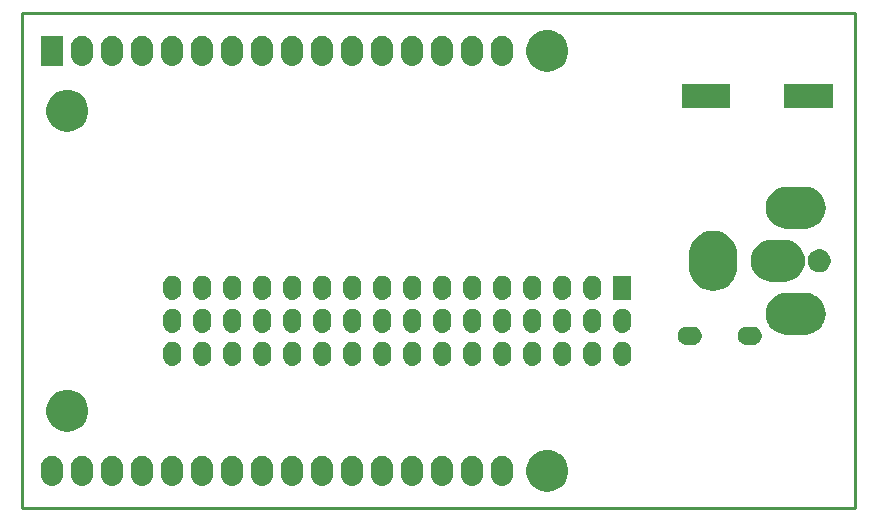
<source format=gts>
G04 #@! TF.GenerationSoftware,KiCad,Pcbnew,6.0.0-rc1-unknown-4d73cfb~66~ubuntu18.04.1*
G04 #@! TF.CreationDate,2018-11-28T14:14:14-05:00
G04 #@! TF.ProjectId,servo_controller_3x2,73657276-6f5f-4636-9f6e-74726f6c6c65,1.0*
G04 #@! TF.SameCoordinates,Original*
G04 #@! TF.FileFunction,Soldermask,Top*
G04 #@! TF.FilePolarity,Negative*
%FSLAX46Y46*%
G04 Gerber Fmt 4.6, Leading zero omitted, Abs format (unit mm)*
G04 Created by KiCad (PCBNEW 6.0.0-rc1-unknown-4d73cfb~66~ubuntu18.04.1) date Wed 28 Nov 2018 02:14:14 PM EST*
%MOMM*%
%LPD*%
G01*
G04 APERTURE LIST*
%ADD10C,0.228600*%
%ADD11C,0.100000*%
G04 APERTURE END LIST*
D10*
X156210000Y-67945000D02*
X85725000Y-67945000D01*
X156210000Y-109855000D02*
X156210000Y-67945000D01*
X85725000Y-109855000D02*
X156210000Y-109855000D01*
X85725000Y-67945000D02*
X85725000Y-109855000D01*
D11*
G36*
X130464620Y-104924776D02*
X130693625Y-104970328D01*
X131017197Y-105104355D01*
X131211339Y-105234077D01*
X131308409Y-105298937D01*
X131556063Y-105546591D01*
X131620923Y-105643661D01*
X131750645Y-105837803D01*
X131884672Y-106161375D01*
X131953000Y-106504883D01*
X131953000Y-106855117D01*
X131884672Y-107198625D01*
X131750645Y-107522197D01*
X131644115Y-107681630D01*
X131566704Y-107797484D01*
X131556062Y-107813410D01*
X131308410Y-108061062D01*
X131017197Y-108255645D01*
X130693625Y-108389672D01*
X130464620Y-108435224D01*
X130350118Y-108458000D01*
X129999882Y-108458000D01*
X129885380Y-108435224D01*
X129656375Y-108389672D01*
X129332803Y-108255645D01*
X129041590Y-108061062D01*
X128793938Y-107813410D01*
X128783297Y-107797484D01*
X128705885Y-107681630D01*
X128599355Y-107522197D01*
X128465328Y-107198625D01*
X128397000Y-106855117D01*
X128397000Y-106504883D01*
X128465328Y-106161375D01*
X128599355Y-105837803D01*
X128729077Y-105643661D01*
X128793937Y-105546591D01*
X129041591Y-105298937D01*
X129138661Y-105234077D01*
X129332803Y-105104355D01*
X129656375Y-104970328D01*
X129885380Y-104924776D01*
X129999882Y-104902000D01*
X130350118Y-104902000D01*
X130464620Y-104924776D01*
X130464620Y-104924776D01*
G37*
G36*
X93526739Y-105423414D02*
X93701501Y-105476427D01*
X93862563Y-105562516D01*
X94003730Y-105678370D01*
X94119584Y-105819537D01*
X94205673Y-105980598D01*
X94258686Y-106155360D01*
X94272100Y-106291556D01*
X94272100Y-107068443D01*
X94258686Y-107204639D01*
X94205673Y-107379402D01*
X94119584Y-107540463D01*
X94003730Y-107681630D01*
X93862563Y-107797484D01*
X93701502Y-107883573D01*
X93526740Y-107936586D01*
X93345000Y-107954486D01*
X93163261Y-107936586D01*
X92988499Y-107883573D01*
X92827438Y-107797484D01*
X92686271Y-107681630D01*
X92570417Y-107540463D01*
X92484329Y-107379403D01*
X92464719Y-107314760D01*
X92431315Y-107204643D01*
X92431315Y-107204640D01*
X92431314Y-107204638D01*
X92417900Y-107068444D01*
X92417900Y-106291557D01*
X92431314Y-106155361D01*
X92484327Y-105980599D01*
X92570416Y-105819537D01*
X92686270Y-105678370D01*
X92827437Y-105562516D01*
X92988498Y-105476427D01*
X93163260Y-105423414D01*
X93345000Y-105405514D01*
X93526739Y-105423414D01*
X93526739Y-105423414D01*
G37*
G36*
X101146739Y-105423414D02*
X101321501Y-105476427D01*
X101482563Y-105562516D01*
X101623730Y-105678370D01*
X101739584Y-105819537D01*
X101825673Y-105980598D01*
X101878686Y-106155360D01*
X101892100Y-106291556D01*
X101892100Y-107068443D01*
X101878686Y-107204639D01*
X101825673Y-107379402D01*
X101739584Y-107540463D01*
X101623730Y-107681630D01*
X101482563Y-107797484D01*
X101321502Y-107883573D01*
X101146740Y-107936586D01*
X100965000Y-107954486D01*
X100783261Y-107936586D01*
X100608499Y-107883573D01*
X100447438Y-107797484D01*
X100306271Y-107681630D01*
X100190417Y-107540463D01*
X100104329Y-107379403D01*
X100084719Y-107314760D01*
X100051315Y-107204643D01*
X100051315Y-107204640D01*
X100051314Y-107204638D01*
X100037900Y-107068444D01*
X100037900Y-106291557D01*
X100051314Y-106155361D01*
X100104327Y-105980599D01*
X100190416Y-105819537D01*
X100306270Y-105678370D01*
X100447437Y-105562516D01*
X100608498Y-105476427D01*
X100783260Y-105423414D01*
X100965000Y-105405514D01*
X101146739Y-105423414D01*
X101146739Y-105423414D01*
G37*
G36*
X106226739Y-105423414D02*
X106401501Y-105476427D01*
X106562563Y-105562516D01*
X106703730Y-105678370D01*
X106819584Y-105819537D01*
X106905673Y-105980598D01*
X106958686Y-106155360D01*
X106972100Y-106291556D01*
X106972100Y-107068443D01*
X106958686Y-107204639D01*
X106905673Y-107379402D01*
X106819584Y-107540463D01*
X106703730Y-107681630D01*
X106562563Y-107797484D01*
X106401502Y-107883573D01*
X106226740Y-107936586D01*
X106045000Y-107954486D01*
X105863261Y-107936586D01*
X105688499Y-107883573D01*
X105527438Y-107797484D01*
X105386271Y-107681630D01*
X105270417Y-107540463D01*
X105184329Y-107379403D01*
X105164719Y-107314760D01*
X105131315Y-107204643D01*
X105131315Y-107204640D01*
X105131314Y-107204638D01*
X105117900Y-107068444D01*
X105117900Y-106291557D01*
X105131314Y-106155361D01*
X105184327Y-105980599D01*
X105270416Y-105819537D01*
X105386270Y-105678370D01*
X105527437Y-105562516D01*
X105688498Y-105476427D01*
X105863260Y-105423414D01*
X106045000Y-105405514D01*
X106226739Y-105423414D01*
X106226739Y-105423414D01*
G37*
G36*
X111306739Y-105423414D02*
X111481501Y-105476427D01*
X111642563Y-105562516D01*
X111783730Y-105678370D01*
X111899584Y-105819537D01*
X111985673Y-105980598D01*
X112038686Y-106155360D01*
X112052100Y-106291556D01*
X112052100Y-107068443D01*
X112038686Y-107204639D01*
X111985673Y-107379402D01*
X111899584Y-107540463D01*
X111783730Y-107681630D01*
X111642563Y-107797484D01*
X111481502Y-107883573D01*
X111306740Y-107936586D01*
X111125000Y-107954486D01*
X110943261Y-107936586D01*
X110768499Y-107883573D01*
X110607438Y-107797484D01*
X110466271Y-107681630D01*
X110350417Y-107540463D01*
X110264329Y-107379403D01*
X110244719Y-107314760D01*
X110211315Y-107204643D01*
X110211315Y-107204640D01*
X110211314Y-107204638D01*
X110197900Y-107068444D01*
X110197900Y-106291557D01*
X110211314Y-106155361D01*
X110264327Y-105980599D01*
X110350416Y-105819537D01*
X110466270Y-105678370D01*
X110607437Y-105562516D01*
X110768498Y-105476427D01*
X110943260Y-105423414D01*
X111125000Y-105405514D01*
X111306739Y-105423414D01*
X111306739Y-105423414D01*
G37*
G36*
X103686739Y-105423414D02*
X103861501Y-105476427D01*
X104022563Y-105562516D01*
X104163730Y-105678370D01*
X104279584Y-105819537D01*
X104365673Y-105980598D01*
X104418686Y-106155360D01*
X104432100Y-106291556D01*
X104432100Y-107068443D01*
X104418686Y-107204639D01*
X104365673Y-107379402D01*
X104279584Y-107540463D01*
X104163730Y-107681630D01*
X104022563Y-107797484D01*
X103861502Y-107883573D01*
X103686740Y-107936586D01*
X103505000Y-107954486D01*
X103323261Y-107936586D01*
X103148499Y-107883573D01*
X102987438Y-107797484D01*
X102846271Y-107681630D01*
X102730417Y-107540463D01*
X102644329Y-107379403D01*
X102624719Y-107314760D01*
X102591315Y-107204643D01*
X102591315Y-107204640D01*
X102591314Y-107204638D01*
X102577900Y-107068444D01*
X102577900Y-106291557D01*
X102591314Y-106155361D01*
X102644327Y-105980599D01*
X102730416Y-105819537D01*
X102846270Y-105678370D01*
X102987437Y-105562516D01*
X103148498Y-105476427D01*
X103323260Y-105423414D01*
X103505000Y-105405514D01*
X103686739Y-105423414D01*
X103686739Y-105423414D01*
G37*
G36*
X98606739Y-105423414D02*
X98781501Y-105476427D01*
X98942563Y-105562516D01*
X99083730Y-105678370D01*
X99199584Y-105819537D01*
X99285673Y-105980598D01*
X99338686Y-106155360D01*
X99352100Y-106291556D01*
X99352100Y-107068443D01*
X99338686Y-107204639D01*
X99285673Y-107379402D01*
X99199584Y-107540463D01*
X99083730Y-107681630D01*
X98942563Y-107797484D01*
X98781502Y-107883573D01*
X98606740Y-107936586D01*
X98425000Y-107954486D01*
X98243261Y-107936586D01*
X98068499Y-107883573D01*
X97907438Y-107797484D01*
X97766271Y-107681630D01*
X97650417Y-107540463D01*
X97564329Y-107379403D01*
X97544719Y-107314760D01*
X97511315Y-107204643D01*
X97511315Y-107204640D01*
X97511314Y-107204638D01*
X97497900Y-107068444D01*
X97497900Y-106291557D01*
X97511314Y-106155361D01*
X97564327Y-105980599D01*
X97650416Y-105819537D01*
X97766270Y-105678370D01*
X97907437Y-105562516D01*
X98068498Y-105476427D01*
X98243260Y-105423414D01*
X98425000Y-105405514D01*
X98606739Y-105423414D01*
X98606739Y-105423414D01*
G37*
G36*
X96066739Y-105423414D02*
X96241501Y-105476427D01*
X96402563Y-105562516D01*
X96543730Y-105678370D01*
X96659584Y-105819537D01*
X96745673Y-105980598D01*
X96798686Y-106155360D01*
X96812100Y-106291556D01*
X96812100Y-107068443D01*
X96798686Y-107204639D01*
X96745673Y-107379402D01*
X96659584Y-107540463D01*
X96543730Y-107681630D01*
X96402563Y-107797484D01*
X96241502Y-107883573D01*
X96066740Y-107936586D01*
X95885000Y-107954486D01*
X95703261Y-107936586D01*
X95528499Y-107883573D01*
X95367438Y-107797484D01*
X95226271Y-107681630D01*
X95110417Y-107540463D01*
X95024329Y-107379403D01*
X95004719Y-107314760D01*
X94971315Y-107204643D01*
X94971315Y-107204640D01*
X94971314Y-107204638D01*
X94957900Y-107068444D01*
X94957900Y-106291557D01*
X94971314Y-106155361D01*
X95024327Y-105980599D01*
X95110416Y-105819537D01*
X95226270Y-105678370D01*
X95367437Y-105562516D01*
X95528498Y-105476427D01*
X95703260Y-105423414D01*
X95885000Y-105405514D01*
X96066739Y-105423414D01*
X96066739Y-105423414D01*
G37*
G36*
X90986739Y-105423414D02*
X91161501Y-105476427D01*
X91322563Y-105562516D01*
X91463730Y-105678370D01*
X91579584Y-105819537D01*
X91665673Y-105980598D01*
X91718686Y-106155360D01*
X91732100Y-106291556D01*
X91732100Y-107068443D01*
X91718686Y-107204639D01*
X91665673Y-107379402D01*
X91579584Y-107540463D01*
X91463730Y-107681630D01*
X91322563Y-107797484D01*
X91161502Y-107883573D01*
X90986740Y-107936586D01*
X90805000Y-107954486D01*
X90623261Y-107936586D01*
X90448499Y-107883573D01*
X90287438Y-107797484D01*
X90146271Y-107681630D01*
X90030417Y-107540463D01*
X89944329Y-107379403D01*
X89924719Y-107314760D01*
X89891315Y-107204643D01*
X89891315Y-107204640D01*
X89891314Y-107204638D01*
X89877900Y-107068444D01*
X89877900Y-106291557D01*
X89891314Y-106155361D01*
X89944327Y-105980599D01*
X90030416Y-105819537D01*
X90146270Y-105678370D01*
X90287437Y-105562516D01*
X90448498Y-105476427D01*
X90623260Y-105423414D01*
X90805000Y-105405514D01*
X90986739Y-105423414D01*
X90986739Y-105423414D01*
G37*
G36*
X113846739Y-105423414D02*
X114021501Y-105476427D01*
X114182563Y-105562516D01*
X114323730Y-105678370D01*
X114439584Y-105819537D01*
X114525673Y-105980598D01*
X114578686Y-106155360D01*
X114592100Y-106291556D01*
X114592100Y-107068443D01*
X114578686Y-107204639D01*
X114525673Y-107379402D01*
X114439584Y-107540463D01*
X114323730Y-107681630D01*
X114182563Y-107797484D01*
X114021502Y-107883573D01*
X113846740Y-107936586D01*
X113665000Y-107954486D01*
X113483261Y-107936586D01*
X113308499Y-107883573D01*
X113147438Y-107797484D01*
X113006271Y-107681630D01*
X112890417Y-107540463D01*
X112804329Y-107379403D01*
X112784719Y-107314760D01*
X112751315Y-107204643D01*
X112751315Y-107204640D01*
X112751314Y-107204638D01*
X112737900Y-107068444D01*
X112737900Y-106291557D01*
X112751314Y-106155361D01*
X112804327Y-105980599D01*
X112890416Y-105819537D01*
X113006270Y-105678370D01*
X113147437Y-105562516D01*
X113308498Y-105476427D01*
X113483260Y-105423414D01*
X113665000Y-105405514D01*
X113846739Y-105423414D01*
X113846739Y-105423414D01*
G37*
G36*
X116386739Y-105423414D02*
X116561501Y-105476427D01*
X116722563Y-105562516D01*
X116863730Y-105678370D01*
X116979584Y-105819537D01*
X117065673Y-105980598D01*
X117118686Y-106155360D01*
X117132100Y-106291556D01*
X117132100Y-107068443D01*
X117118686Y-107204639D01*
X117065673Y-107379402D01*
X116979584Y-107540463D01*
X116863730Y-107681630D01*
X116722563Y-107797484D01*
X116561502Y-107883573D01*
X116386740Y-107936586D01*
X116205000Y-107954486D01*
X116023261Y-107936586D01*
X115848499Y-107883573D01*
X115687438Y-107797484D01*
X115546271Y-107681630D01*
X115430417Y-107540463D01*
X115344329Y-107379403D01*
X115324719Y-107314760D01*
X115291315Y-107204643D01*
X115291315Y-107204640D01*
X115291314Y-107204638D01*
X115277900Y-107068444D01*
X115277900Y-106291557D01*
X115291314Y-106155361D01*
X115344327Y-105980599D01*
X115430416Y-105819537D01*
X115546270Y-105678370D01*
X115687437Y-105562516D01*
X115848498Y-105476427D01*
X116023260Y-105423414D01*
X116205000Y-105405514D01*
X116386739Y-105423414D01*
X116386739Y-105423414D01*
G37*
G36*
X118926739Y-105423414D02*
X119101501Y-105476427D01*
X119262563Y-105562516D01*
X119403730Y-105678370D01*
X119519584Y-105819537D01*
X119605673Y-105980598D01*
X119658686Y-106155360D01*
X119672100Y-106291556D01*
X119672100Y-107068443D01*
X119658686Y-107204639D01*
X119605673Y-107379402D01*
X119519584Y-107540463D01*
X119403730Y-107681630D01*
X119262563Y-107797484D01*
X119101502Y-107883573D01*
X118926740Y-107936586D01*
X118745000Y-107954486D01*
X118563261Y-107936586D01*
X118388499Y-107883573D01*
X118227438Y-107797484D01*
X118086271Y-107681630D01*
X117970417Y-107540463D01*
X117884329Y-107379403D01*
X117864719Y-107314760D01*
X117831315Y-107204643D01*
X117831315Y-107204640D01*
X117831314Y-107204638D01*
X117817900Y-107068444D01*
X117817900Y-106291557D01*
X117831314Y-106155361D01*
X117884327Y-105980599D01*
X117970416Y-105819537D01*
X118086270Y-105678370D01*
X118227437Y-105562516D01*
X118388498Y-105476427D01*
X118563260Y-105423414D01*
X118745000Y-105405514D01*
X118926739Y-105423414D01*
X118926739Y-105423414D01*
G37*
G36*
X121466739Y-105423414D02*
X121641501Y-105476427D01*
X121802563Y-105562516D01*
X121943730Y-105678370D01*
X122059584Y-105819537D01*
X122145673Y-105980598D01*
X122198686Y-106155360D01*
X122212100Y-106291556D01*
X122212100Y-107068443D01*
X122198686Y-107204639D01*
X122145673Y-107379402D01*
X122059584Y-107540463D01*
X121943730Y-107681630D01*
X121802563Y-107797484D01*
X121641502Y-107883573D01*
X121466740Y-107936586D01*
X121285000Y-107954486D01*
X121103261Y-107936586D01*
X120928499Y-107883573D01*
X120767438Y-107797484D01*
X120626271Y-107681630D01*
X120510417Y-107540463D01*
X120424329Y-107379403D01*
X120404719Y-107314760D01*
X120371315Y-107204643D01*
X120371315Y-107204640D01*
X120371314Y-107204638D01*
X120357900Y-107068444D01*
X120357900Y-106291557D01*
X120371314Y-106155361D01*
X120424327Y-105980599D01*
X120510416Y-105819537D01*
X120626270Y-105678370D01*
X120767437Y-105562516D01*
X120928498Y-105476427D01*
X121103260Y-105423414D01*
X121285000Y-105405514D01*
X121466739Y-105423414D01*
X121466739Y-105423414D01*
G37*
G36*
X124006739Y-105423414D02*
X124181501Y-105476427D01*
X124342563Y-105562516D01*
X124483730Y-105678370D01*
X124599584Y-105819537D01*
X124685673Y-105980598D01*
X124738686Y-106155360D01*
X124752100Y-106291556D01*
X124752100Y-107068443D01*
X124738686Y-107204639D01*
X124685673Y-107379402D01*
X124599584Y-107540463D01*
X124483730Y-107681630D01*
X124342563Y-107797484D01*
X124181502Y-107883573D01*
X124006740Y-107936586D01*
X123825000Y-107954486D01*
X123643261Y-107936586D01*
X123468499Y-107883573D01*
X123307438Y-107797484D01*
X123166271Y-107681630D01*
X123050417Y-107540463D01*
X122964329Y-107379403D01*
X122944719Y-107314760D01*
X122911315Y-107204643D01*
X122911315Y-107204640D01*
X122911314Y-107204638D01*
X122897900Y-107068444D01*
X122897900Y-106291557D01*
X122911314Y-106155361D01*
X122964327Y-105980599D01*
X123050416Y-105819537D01*
X123166270Y-105678370D01*
X123307437Y-105562516D01*
X123468498Y-105476427D01*
X123643260Y-105423414D01*
X123825000Y-105405514D01*
X124006739Y-105423414D01*
X124006739Y-105423414D01*
G37*
G36*
X126546739Y-105423414D02*
X126721501Y-105476427D01*
X126882563Y-105562516D01*
X127023730Y-105678370D01*
X127139584Y-105819537D01*
X127225673Y-105980598D01*
X127278686Y-106155360D01*
X127292100Y-106291556D01*
X127292100Y-107068443D01*
X127278686Y-107204639D01*
X127225673Y-107379402D01*
X127139584Y-107540463D01*
X127023730Y-107681630D01*
X126882563Y-107797484D01*
X126721502Y-107883573D01*
X126546740Y-107936586D01*
X126365000Y-107954486D01*
X126183261Y-107936586D01*
X126008499Y-107883573D01*
X125847438Y-107797484D01*
X125706271Y-107681630D01*
X125590417Y-107540463D01*
X125504329Y-107379403D01*
X125484719Y-107314760D01*
X125451315Y-107204643D01*
X125451315Y-107204640D01*
X125451314Y-107204638D01*
X125437900Y-107068444D01*
X125437900Y-106291557D01*
X125451314Y-106155361D01*
X125504327Y-105980599D01*
X125590416Y-105819537D01*
X125706270Y-105678370D01*
X125847437Y-105562516D01*
X126008498Y-105476427D01*
X126183260Y-105423414D01*
X126365000Y-105405514D01*
X126546739Y-105423414D01*
X126546739Y-105423414D01*
G37*
G36*
X88446739Y-105423414D02*
X88621501Y-105476427D01*
X88782563Y-105562516D01*
X88923730Y-105678370D01*
X89039584Y-105819537D01*
X89125673Y-105980598D01*
X89178686Y-106155360D01*
X89192100Y-106291556D01*
X89192100Y-107068443D01*
X89178686Y-107204639D01*
X89125673Y-107379402D01*
X89039584Y-107540463D01*
X88923730Y-107681630D01*
X88782563Y-107797484D01*
X88621502Y-107883573D01*
X88446740Y-107936586D01*
X88265000Y-107954486D01*
X88083261Y-107936586D01*
X87908499Y-107883573D01*
X87747438Y-107797484D01*
X87606271Y-107681630D01*
X87490417Y-107540463D01*
X87404329Y-107379403D01*
X87384719Y-107314760D01*
X87351315Y-107204643D01*
X87351315Y-107204640D01*
X87351314Y-107204638D01*
X87337900Y-107068444D01*
X87337900Y-106291557D01*
X87351314Y-106155361D01*
X87404327Y-105980599D01*
X87490416Y-105819537D01*
X87606270Y-105678370D01*
X87747437Y-105562516D01*
X87908498Y-105476427D01*
X88083260Y-105423414D01*
X88265000Y-105405514D01*
X88446739Y-105423414D01*
X88446739Y-105423414D01*
G37*
G36*
X108766739Y-105423414D02*
X108941501Y-105476427D01*
X109102563Y-105562516D01*
X109243730Y-105678370D01*
X109359584Y-105819537D01*
X109445673Y-105980598D01*
X109498686Y-106155360D01*
X109512100Y-106291556D01*
X109512100Y-107068443D01*
X109498686Y-107204639D01*
X109445673Y-107379402D01*
X109359584Y-107540463D01*
X109243730Y-107681630D01*
X109102563Y-107797484D01*
X108941502Y-107883573D01*
X108766740Y-107936586D01*
X108585000Y-107954486D01*
X108403261Y-107936586D01*
X108228499Y-107883573D01*
X108067438Y-107797484D01*
X107926271Y-107681630D01*
X107810417Y-107540463D01*
X107724329Y-107379403D01*
X107704719Y-107314760D01*
X107671315Y-107204643D01*
X107671315Y-107204640D01*
X107671314Y-107204638D01*
X107657900Y-107068444D01*
X107657900Y-106291557D01*
X107671314Y-106155361D01*
X107724327Y-105980599D01*
X107810416Y-105819537D01*
X107926270Y-105678370D01*
X108067437Y-105562516D01*
X108228498Y-105476427D01*
X108403260Y-105423414D01*
X108585000Y-105405514D01*
X108766739Y-105423414D01*
X108766739Y-105423414D01*
G37*
G36*
X89824620Y-99844776D02*
X90053625Y-99890328D01*
X90377197Y-100024355D01*
X90668410Y-100218938D01*
X90916062Y-100466590D01*
X91110645Y-100757803D01*
X91244672Y-101081375D01*
X91313000Y-101424883D01*
X91313000Y-101775117D01*
X91244672Y-102118625D01*
X91110645Y-102442197D01*
X90916062Y-102733410D01*
X90668410Y-102981062D01*
X90377197Y-103175645D01*
X90053625Y-103309672D01*
X89824620Y-103355224D01*
X89710118Y-103378000D01*
X89359882Y-103378000D01*
X89245380Y-103355224D01*
X89016375Y-103309672D01*
X88692803Y-103175645D01*
X88401590Y-102981062D01*
X88153938Y-102733410D01*
X87959355Y-102442197D01*
X87825328Y-102118625D01*
X87757000Y-101775117D01*
X87757000Y-101424883D01*
X87825328Y-101081375D01*
X87959355Y-100757803D01*
X88153938Y-100466590D01*
X88401590Y-100218938D01*
X88692803Y-100024355D01*
X89016375Y-99890328D01*
X89245380Y-99844776D01*
X89359882Y-99822000D01*
X89710118Y-99822000D01*
X89824620Y-99844776D01*
X89824620Y-99844776D01*
G37*
G36*
X129054373Y-95769025D02*
X129054376Y-95769026D01*
X129054377Y-95769026D01*
X129198014Y-95812598D01*
X129313299Y-95874219D01*
X129330393Y-95883356D01*
X129446422Y-95978578D01*
X129541644Y-96094606D01*
X129541645Y-96094608D01*
X129612402Y-96226985D01*
X129612402Y-96226986D01*
X129655975Y-96370626D01*
X129667000Y-96482568D01*
X129667000Y-97065432D01*
X129655975Y-97177374D01*
X129655974Y-97177377D01*
X129655974Y-97177378D01*
X129612402Y-97321015D01*
X129550781Y-97436300D01*
X129541644Y-97453394D01*
X129446422Y-97569422D01*
X129330394Y-97664644D01*
X129330392Y-97664645D01*
X129198015Y-97735402D01*
X129054378Y-97778974D01*
X129054377Y-97778974D01*
X129054374Y-97778975D01*
X128905000Y-97793687D01*
X128755627Y-97778975D01*
X128755624Y-97778974D01*
X128755623Y-97778974D01*
X128611986Y-97735402D01*
X128479609Y-97664645D01*
X128479607Y-97664644D01*
X128363579Y-97569422D01*
X128268354Y-97453391D01*
X128197600Y-97321021D01*
X128154025Y-97177374D01*
X128143000Y-97065432D01*
X128143000Y-96482569D01*
X128154025Y-96370627D01*
X128154026Y-96370623D01*
X128197598Y-96226986D01*
X128268355Y-96094609D01*
X128268356Y-96094607D01*
X128363578Y-95978578D01*
X128479606Y-95883356D01*
X128496700Y-95874219D01*
X128611985Y-95812598D01*
X128755622Y-95769026D01*
X128755623Y-95769026D01*
X128755626Y-95769025D01*
X128905000Y-95754313D01*
X129054373Y-95769025D01*
X129054373Y-95769025D01*
G37*
G36*
X98574373Y-95769025D02*
X98574376Y-95769026D01*
X98574377Y-95769026D01*
X98718014Y-95812598D01*
X98833299Y-95874219D01*
X98850393Y-95883356D01*
X98966422Y-95978578D01*
X99061644Y-96094606D01*
X99061645Y-96094608D01*
X99132402Y-96226985D01*
X99132402Y-96226986D01*
X99175975Y-96370626D01*
X99187000Y-96482568D01*
X99187000Y-97065432D01*
X99175975Y-97177374D01*
X99175974Y-97177377D01*
X99175974Y-97177378D01*
X99132402Y-97321015D01*
X99070781Y-97436300D01*
X99061644Y-97453394D01*
X98966422Y-97569422D01*
X98850394Y-97664644D01*
X98850392Y-97664645D01*
X98718015Y-97735402D01*
X98574378Y-97778974D01*
X98574377Y-97778974D01*
X98574374Y-97778975D01*
X98425000Y-97793687D01*
X98275627Y-97778975D01*
X98275624Y-97778974D01*
X98275623Y-97778974D01*
X98131986Y-97735402D01*
X97999609Y-97664645D01*
X97999607Y-97664644D01*
X97883579Y-97569422D01*
X97788354Y-97453391D01*
X97717600Y-97321021D01*
X97674025Y-97177374D01*
X97663000Y-97065432D01*
X97663000Y-96482569D01*
X97674025Y-96370627D01*
X97674026Y-96370623D01*
X97717598Y-96226986D01*
X97788355Y-96094609D01*
X97788356Y-96094607D01*
X97883578Y-95978578D01*
X97999606Y-95883356D01*
X98016700Y-95874219D01*
X98131985Y-95812598D01*
X98275622Y-95769026D01*
X98275623Y-95769026D01*
X98275626Y-95769025D01*
X98425000Y-95754313D01*
X98574373Y-95769025D01*
X98574373Y-95769025D01*
G37*
G36*
X101114373Y-95769025D02*
X101114376Y-95769026D01*
X101114377Y-95769026D01*
X101258014Y-95812598D01*
X101373299Y-95874219D01*
X101390393Y-95883356D01*
X101506422Y-95978578D01*
X101601644Y-96094606D01*
X101601645Y-96094608D01*
X101672402Y-96226985D01*
X101672402Y-96226986D01*
X101715975Y-96370626D01*
X101727000Y-96482568D01*
X101727000Y-97065432D01*
X101715975Y-97177374D01*
X101715974Y-97177377D01*
X101715974Y-97177378D01*
X101672402Y-97321015D01*
X101610781Y-97436300D01*
X101601644Y-97453394D01*
X101506422Y-97569422D01*
X101390394Y-97664644D01*
X101390392Y-97664645D01*
X101258015Y-97735402D01*
X101114378Y-97778974D01*
X101114377Y-97778974D01*
X101114374Y-97778975D01*
X100965000Y-97793687D01*
X100815627Y-97778975D01*
X100815624Y-97778974D01*
X100815623Y-97778974D01*
X100671986Y-97735402D01*
X100539609Y-97664645D01*
X100539607Y-97664644D01*
X100423579Y-97569422D01*
X100328354Y-97453391D01*
X100257600Y-97321021D01*
X100214025Y-97177374D01*
X100203000Y-97065432D01*
X100203000Y-96482569D01*
X100214025Y-96370627D01*
X100214026Y-96370623D01*
X100257598Y-96226986D01*
X100328355Y-96094609D01*
X100328356Y-96094607D01*
X100423578Y-95978578D01*
X100539606Y-95883356D01*
X100556700Y-95874219D01*
X100671985Y-95812598D01*
X100815622Y-95769026D01*
X100815623Y-95769026D01*
X100815626Y-95769025D01*
X100965000Y-95754313D01*
X101114373Y-95769025D01*
X101114373Y-95769025D01*
G37*
G36*
X103654373Y-95769025D02*
X103654376Y-95769026D01*
X103654377Y-95769026D01*
X103798014Y-95812598D01*
X103913299Y-95874219D01*
X103930393Y-95883356D01*
X104046422Y-95978578D01*
X104141644Y-96094606D01*
X104141645Y-96094608D01*
X104212402Y-96226985D01*
X104212402Y-96226986D01*
X104255975Y-96370626D01*
X104267000Y-96482568D01*
X104267000Y-97065432D01*
X104255975Y-97177374D01*
X104255974Y-97177377D01*
X104255974Y-97177378D01*
X104212402Y-97321015D01*
X104150781Y-97436300D01*
X104141644Y-97453394D01*
X104046422Y-97569422D01*
X103930394Y-97664644D01*
X103930392Y-97664645D01*
X103798015Y-97735402D01*
X103654378Y-97778974D01*
X103654377Y-97778974D01*
X103654374Y-97778975D01*
X103505000Y-97793687D01*
X103355627Y-97778975D01*
X103355624Y-97778974D01*
X103355623Y-97778974D01*
X103211986Y-97735402D01*
X103079609Y-97664645D01*
X103079607Y-97664644D01*
X102963579Y-97569422D01*
X102868354Y-97453391D01*
X102797600Y-97321021D01*
X102754025Y-97177374D01*
X102743000Y-97065432D01*
X102743000Y-96482569D01*
X102754025Y-96370627D01*
X102754026Y-96370623D01*
X102797598Y-96226986D01*
X102868355Y-96094609D01*
X102868356Y-96094607D01*
X102963578Y-95978578D01*
X103079606Y-95883356D01*
X103096700Y-95874219D01*
X103211985Y-95812598D01*
X103355622Y-95769026D01*
X103355623Y-95769026D01*
X103355626Y-95769025D01*
X103505000Y-95754313D01*
X103654373Y-95769025D01*
X103654373Y-95769025D01*
G37*
G36*
X106194373Y-95769025D02*
X106194376Y-95769026D01*
X106194377Y-95769026D01*
X106338014Y-95812598D01*
X106453299Y-95874219D01*
X106470393Y-95883356D01*
X106586422Y-95978578D01*
X106681644Y-96094606D01*
X106681645Y-96094608D01*
X106752402Y-96226985D01*
X106752402Y-96226986D01*
X106795975Y-96370626D01*
X106807000Y-96482568D01*
X106807000Y-97065432D01*
X106795975Y-97177374D01*
X106795974Y-97177377D01*
X106795974Y-97177378D01*
X106752402Y-97321015D01*
X106690781Y-97436300D01*
X106681644Y-97453394D01*
X106586422Y-97569422D01*
X106470394Y-97664644D01*
X106470392Y-97664645D01*
X106338015Y-97735402D01*
X106194378Y-97778974D01*
X106194377Y-97778974D01*
X106194374Y-97778975D01*
X106045000Y-97793687D01*
X105895627Y-97778975D01*
X105895624Y-97778974D01*
X105895623Y-97778974D01*
X105751986Y-97735402D01*
X105619609Y-97664645D01*
X105619607Y-97664644D01*
X105503579Y-97569422D01*
X105408354Y-97453391D01*
X105337600Y-97321021D01*
X105294025Y-97177374D01*
X105283000Y-97065432D01*
X105283000Y-96482569D01*
X105294025Y-96370627D01*
X105294026Y-96370623D01*
X105337598Y-96226986D01*
X105408355Y-96094609D01*
X105408356Y-96094607D01*
X105503578Y-95978578D01*
X105619606Y-95883356D01*
X105636700Y-95874219D01*
X105751985Y-95812598D01*
X105895622Y-95769026D01*
X105895623Y-95769026D01*
X105895626Y-95769025D01*
X106045000Y-95754313D01*
X106194373Y-95769025D01*
X106194373Y-95769025D01*
G37*
G36*
X108734373Y-95769025D02*
X108734376Y-95769026D01*
X108734377Y-95769026D01*
X108878014Y-95812598D01*
X108993299Y-95874219D01*
X109010393Y-95883356D01*
X109126422Y-95978578D01*
X109221644Y-96094606D01*
X109221645Y-96094608D01*
X109292402Y-96226985D01*
X109292402Y-96226986D01*
X109335975Y-96370626D01*
X109347000Y-96482568D01*
X109347000Y-97065432D01*
X109335975Y-97177374D01*
X109335974Y-97177377D01*
X109335974Y-97177378D01*
X109292402Y-97321015D01*
X109230781Y-97436300D01*
X109221644Y-97453394D01*
X109126422Y-97569422D01*
X109010394Y-97664644D01*
X109010392Y-97664645D01*
X108878015Y-97735402D01*
X108734378Y-97778974D01*
X108734377Y-97778974D01*
X108734374Y-97778975D01*
X108585000Y-97793687D01*
X108435627Y-97778975D01*
X108435624Y-97778974D01*
X108435623Y-97778974D01*
X108291986Y-97735402D01*
X108159609Y-97664645D01*
X108159607Y-97664644D01*
X108043579Y-97569422D01*
X107948354Y-97453391D01*
X107877600Y-97321021D01*
X107834025Y-97177374D01*
X107823000Y-97065432D01*
X107823000Y-96482569D01*
X107834025Y-96370627D01*
X107834026Y-96370623D01*
X107877598Y-96226986D01*
X107948355Y-96094609D01*
X107948356Y-96094607D01*
X108043578Y-95978578D01*
X108159606Y-95883356D01*
X108176700Y-95874219D01*
X108291985Y-95812598D01*
X108435622Y-95769026D01*
X108435623Y-95769026D01*
X108435626Y-95769025D01*
X108585000Y-95754313D01*
X108734373Y-95769025D01*
X108734373Y-95769025D01*
G37*
G36*
X111274373Y-95769025D02*
X111274376Y-95769026D01*
X111274377Y-95769026D01*
X111418014Y-95812598D01*
X111533299Y-95874219D01*
X111550393Y-95883356D01*
X111666422Y-95978578D01*
X111761644Y-96094606D01*
X111761645Y-96094608D01*
X111832402Y-96226985D01*
X111832402Y-96226986D01*
X111875975Y-96370626D01*
X111887000Y-96482568D01*
X111887000Y-97065432D01*
X111875975Y-97177374D01*
X111875974Y-97177377D01*
X111875974Y-97177378D01*
X111832402Y-97321015D01*
X111770781Y-97436300D01*
X111761644Y-97453394D01*
X111666422Y-97569422D01*
X111550394Y-97664644D01*
X111550392Y-97664645D01*
X111418015Y-97735402D01*
X111274378Y-97778974D01*
X111274377Y-97778974D01*
X111274374Y-97778975D01*
X111125000Y-97793687D01*
X110975627Y-97778975D01*
X110975624Y-97778974D01*
X110975623Y-97778974D01*
X110831986Y-97735402D01*
X110699609Y-97664645D01*
X110699607Y-97664644D01*
X110583579Y-97569422D01*
X110488354Y-97453391D01*
X110417600Y-97321021D01*
X110374025Y-97177374D01*
X110363000Y-97065432D01*
X110363000Y-96482569D01*
X110374025Y-96370627D01*
X110374026Y-96370623D01*
X110417598Y-96226986D01*
X110488355Y-96094609D01*
X110488356Y-96094607D01*
X110583578Y-95978578D01*
X110699606Y-95883356D01*
X110716700Y-95874219D01*
X110831985Y-95812598D01*
X110975622Y-95769026D01*
X110975623Y-95769026D01*
X110975626Y-95769025D01*
X111125000Y-95754313D01*
X111274373Y-95769025D01*
X111274373Y-95769025D01*
G37*
G36*
X113814373Y-95769025D02*
X113814376Y-95769026D01*
X113814377Y-95769026D01*
X113958014Y-95812598D01*
X114073299Y-95874219D01*
X114090393Y-95883356D01*
X114206422Y-95978578D01*
X114301644Y-96094606D01*
X114301645Y-96094608D01*
X114372402Y-96226985D01*
X114372402Y-96226986D01*
X114415975Y-96370626D01*
X114427000Y-96482568D01*
X114427000Y-97065432D01*
X114415975Y-97177374D01*
X114415974Y-97177377D01*
X114415974Y-97177378D01*
X114372402Y-97321015D01*
X114310781Y-97436300D01*
X114301644Y-97453394D01*
X114206422Y-97569422D01*
X114090394Y-97664644D01*
X114090392Y-97664645D01*
X113958015Y-97735402D01*
X113814378Y-97778974D01*
X113814377Y-97778974D01*
X113814374Y-97778975D01*
X113665000Y-97793687D01*
X113515627Y-97778975D01*
X113515624Y-97778974D01*
X113515623Y-97778974D01*
X113371986Y-97735402D01*
X113239609Y-97664645D01*
X113239607Y-97664644D01*
X113123579Y-97569422D01*
X113028354Y-97453391D01*
X112957600Y-97321021D01*
X112914025Y-97177374D01*
X112903000Y-97065432D01*
X112903000Y-96482569D01*
X112914025Y-96370627D01*
X112914026Y-96370623D01*
X112957598Y-96226986D01*
X113028355Y-96094609D01*
X113028356Y-96094607D01*
X113123578Y-95978578D01*
X113239606Y-95883356D01*
X113256700Y-95874219D01*
X113371985Y-95812598D01*
X113515622Y-95769026D01*
X113515623Y-95769026D01*
X113515626Y-95769025D01*
X113665000Y-95754313D01*
X113814373Y-95769025D01*
X113814373Y-95769025D01*
G37*
G36*
X121434373Y-95769025D02*
X121434376Y-95769026D01*
X121434377Y-95769026D01*
X121578014Y-95812598D01*
X121693299Y-95874219D01*
X121710393Y-95883356D01*
X121826422Y-95978578D01*
X121921644Y-96094606D01*
X121921645Y-96094608D01*
X121992402Y-96226985D01*
X121992402Y-96226986D01*
X122035975Y-96370626D01*
X122047000Y-96482568D01*
X122047000Y-97065432D01*
X122035975Y-97177374D01*
X122035974Y-97177377D01*
X122035974Y-97177378D01*
X121992402Y-97321015D01*
X121930781Y-97436300D01*
X121921644Y-97453394D01*
X121826422Y-97569422D01*
X121710394Y-97664644D01*
X121710392Y-97664645D01*
X121578015Y-97735402D01*
X121434378Y-97778974D01*
X121434377Y-97778974D01*
X121434374Y-97778975D01*
X121285000Y-97793687D01*
X121135627Y-97778975D01*
X121135624Y-97778974D01*
X121135623Y-97778974D01*
X120991986Y-97735402D01*
X120859609Y-97664645D01*
X120859607Y-97664644D01*
X120743579Y-97569422D01*
X120648354Y-97453391D01*
X120577600Y-97321021D01*
X120534025Y-97177374D01*
X120523000Y-97065432D01*
X120523000Y-96482569D01*
X120534025Y-96370627D01*
X120534026Y-96370623D01*
X120577598Y-96226986D01*
X120648355Y-96094609D01*
X120648356Y-96094607D01*
X120743578Y-95978578D01*
X120859606Y-95883356D01*
X120876700Y-95874219D01*
X120991985Y-95812598D01*
X121135622Y-95769026D01*
X121135623Y-95769026D01*
X121135626Y-95769025D01*
X121285000Y-95754313D01*
X121434373Y-95769025D01*
X121434373Y-95769025D01*
G37*
G36*
X123974373Y-95769025D02*
X123974376Y-95769026D01*
X123974377Y-95769026D01*
X124118014Y-95812598D01*
X124233299Y-95874219D01*
X124250393Y-95883356D01*
X124366422Y-95978578D01*
X124461644Y-96094606D01*
X124461645Y-96094608D01*
X124532402Y-96226985D01*
X124532402Y-96226986D01*
X124575975Y-96370626D01*
X124587000Y-96482568D01*
X124587000Y-97065432D01*
X124575975Y-97177374D01*
X124575974Y-97177377D01*
X124575974Y-97177378D01*
X124532402Y-97321015D01*
X124470781Y-97436300D01*
X124461644Y-97453394D01*
X124366422Y-97569422D01*
X124250394Y-97664644D01*
X124250392Y-97664645D01*
X124118015Y-97735402D01*
X123974378Y-97778974D01*
X123974377Y-97778974D01*
X123974374Y-97778975D01*
X123825000Y-97793687D01*
X123675627Y-97778975D01*
X123675624Y-97778974D01*
X123675623Y-97778974D01*
X123531986Y-97735402D01*
X123399609Y-97664645D01*
X123399607Y-97664644D01*
X123283579Y-97569422D01*
X123188354Y-97453391D01*
X123117600Y-97321021D01*
X123074025Y-97177374D01*
X123063000Y-97065432D01*
X123063000Y-96482569D01*
X123074025Y-96370627D01*
X123074026Y-96370623D01*
X123117598Y-96226986D01*
X123188355Y-96094609D01*
X123188356Y-96094607D01*
X123283578Y-95978578D01*
X123399606Y-95883356D01*
X123416700Y-95874219D01*
X123531985Y-95812598D01*
X123675622Y-95769026D01*
X123675623Y-95769026D01*
X123675626Y-95769025D01*
X123825000Y-95754313D01*
X123974373Y-95769025D01*
X123974373Y-95769025D01*
G37*
G36*
X126514373Y-95769025D02*
X126514376Y-95769026D01*
X126514377Y-95769026D01*
X126658014Y-95812598D01*
X126773299Y-95874219D01*
X126790393Y-95883356D01*
X126906422Y-95978578D01*
X127001644Y-96094606D01*
X127001645Y-96094608D01*
X127072402Y-96226985D01*
X127072402Y-96226986D01*
X127115975Y-96370626D01*
X127127000Y-96482568D01*
X127127000Y-97065432D01*
X127115975Y-97177374D01*
X127115974Y-97177377D01*
X127115974Y-97177378D01*
X127072402Y-97321015D01*
X127010781Y-97436300D01*
X127001644Y-97453394D01*
X126906422Y-97569422D01*
X126790394Y-97664644D01*
X126790392Y-97664645D01*
X126658015Y-97735402D01*
X126514378Y-97778974D01*
X126514377Y-97778974D01*
X126514374Y-97778975D01*
X126365000Y-97793687D01*
X126215627Y-97778975D01*
X126215624Y-97778974D01*
X126215623Y-97778974D01*
X126071986Y-97735402D01*
X125939609Y-97664645D01*
X125939607Y-97664644D01*
X125823579Y-97569422D01*
X125728354Y-97453391D01*
X125657600Y-97321021D01*
X125614025Y-97177374D01*
X125603000Y-97065432D01*
X125603000Y-96482569D01*
X125614025Y-96370627D01*
X125614026Y-96370623D01*
X125657598Y-96226986D01*
X125728355Y-96094609D01*
X125728356Y-96094607D01*
X125823578Y-95978578D01*
X125939606Y-95883356D01*
X125956700Y-95874219D01*
X126071985Y-95812598D01*
X126215622Y-95769026D01*
X126215623Y-95769026D01*
X126215626Y-95769025D01*
X126365000Y-95754313D01*
X126514373Y-95769025D01*
X126514373Y-95769025D01*
G37*
G36*
X116354373Y-95769025D02*
X116354376Y-95769026D01*
X116354377Y-95769026D01*
X116498014Y-95812598D01*
X116613299Y-95874219D01*
X116630393Y-95883356D01*
X116746422Y-95978578D01*
X116841644Y-96094606D01*
X116841645Y-96094608D01*
X116912402Y-96226985D01*
X116912402Y-96226986D01*
X116955975Y-96370626D01*
X116967000Y-96482568D01*
X116967000Y-97065432D01*
X116955975Y-97177374D01*
X116955974Y-97177377D01*
X116955974Y-97177378D01*
X116912402Y-97321015D01*
X116850781Y-97436300D01*
X116841644Y-97453394D01*
X116746422Y-97569422D01*
X116630394Y-97664644D01*
X116630392Y-97664645D01*
X116498015Y-97735402D01*
X116354378Y-97778974D01*
X116354377Y-97778974D01*
X116354374Y-97778975D01*
X116205000Y-97793687D01*
X116055627Y-97778975D01*
X116055624Y-97778974D01*
X116055623Y-97778974D01*
X115911986Y-97735402D01*
X115779609Y-97664645D01*
X115779607Y-97664644D01*
X115663579Y-97569422D01*
X115568354Y-97453391D01*
X115497600Y-97321021D01*
X115454025Y-97177374D01*
X115443000Y-97065432D01*
X115443000Y-96482569D01*
X115454025Y-96370627D01*
X115454026Y-96370623D01*
X115497598Y-96226986D01*
X115568355Y-96094609D01*
X115568356Y-96094607D01*
X115663578Y-95978578D01*
X115779606Y-95883356D01*
X115796700Y-95874219D01*
X115911985Y-95812598D01*
X116055622Y-95769026D01*
X116055623Y-95769026D01*
X116055626Y-95769025D01*
X116205000Y-95754313D01*
X116354373Y-95769025D01*
X116354373Y-95769025D01*
G37*
G36*
X131594373Y-95769025D02*
X131594376Y-95769026D01*
X131594377Y-95769026D01*
X131738014Y-95812598D01*
X131853299Y-95874219D01*
X131870393Y-95883356D01*
X131986422Y-95978578D01*
X132081644Y-96094606D01*
X132081645Y-96094608D01*
X132152402Y-96226985D01*
X132152402Y-96226986D01*
X132195975Y-96370626D01*
X132207000Y-96482568D01*
X132207000Y-97065432D01*
X132195975Y-97177374D01*
X132195974Y-97177377D01*
X132195974Y-97177378D01*
X132152402Y-97321015D01*
X132090781Y-97436300D01*
X132081644Y-97453394D01*
X131986422Y-97569422D01*
X131870394Y-97664644D01*
X131870392Y-97664645D01*
X131738015Y-97735402D01*
X131594378Y-97778974D01*
X131594377Y-97778974D01*
X131594374Y-97778975D01*
X131445000Y-97793687D01*
X131295627Y-97778975D01*
X131295624Y-97778974D01*
X131295623Y-97778974D01*
X131151986Y-97735402D01*
X131019609Y-97664645D01*
X131019607Y-97664644D01*
X130903579Y-97569422D01*
X130808354Y-97453391D01*
X130737600Y-97321021D01*
X130694025Y-97177374D01*
X130683000Y-97065432D01*
X130683000Y-96482569D01*
X130694025Y-96370627D01*
X130694026Y-96370623D01*
X130737598Y-96226986D01*
X130808355Y-96094609D01*
X130808356Y-96094607D01*
X130903578Y-95978578D01*
X131019606Y-95883356D01*
X131036700Y-95874219D01*
X131151985Y-95812598D01*
X131295622Y-95769026D01*
X131295623Y-95769026D01*
X131295626Y-95769025D01*
X131445000Y-95754313D01*
X131594373Y-95769025D01*
X131594373Y-95769025D01*
G37*
G36*
X134134373Y-95769025D02*
X134134376Y-95769026D01*
X134134377Y-95769026D01*
X134278014Y-95812598D01*
X134393299Y-95874219D01*
X134410393Y-95883356D01*
X134526422Y-95978578D01*
X134621644Y-96094606D01*
X134621645Y-96094608D01*
X134692402Y-96226985D01*
X134692402Y-96226986D01*
X134735975Y-96370626D01*
X134747000Y-96482568D01*
X134747000Y-97065432D01*
X134735975Y-97177374D01*
X134735974Y-97177377D01*
X134735974Y-97177378D01*
X134692402Y-97321015D01*
X134630781Y-97436300D01*
X134621644Y-97453394D01*
X134526422Y-97569422D01*
X134410394Y-97664644D01*
X134410392Y-97664645D01*
X134278015Y-97735402D01*
X134134378Y-97778974D01*
X134134377Y-97778974D01*
X134134374Y-97778975D01*
X133985000Y-97793687D01*
X133835627Y-97778975D01*
X133835624Y-97778974D01*
X133835623Y-97778974D01*
X133691986Y-97735402D01*
X133559609Y-97664645D01*
X133559607Y-97664644D01*
X133443579Y-97569422D01*
X133348354Y-97453391D01*
X133277600Y-97321021D01*
X133234025Y-97177374D01*
X133223000Y-97065432D01*
X133223000Y-96482569D01*
X133234025Y-96370627D01*
X133234026Y-96370623D01*
X133277598Y-96226986D01*
X133348355Y-96094609D01*
X133348356Y-96094607D01*
X133443578Y-95978578D01*
X133559606Y-95883356D01*
X133576700Y-95874219D01*
X133691985Y-95812598D01*
X133835622Y-95769026D01*
X133835623Y-95769026D01*
X133835626Y-95769025D01*
X133985000Y-95754313D01*
X134134373Y-95769025D01*
X134134373Y-95769025D01*
G37*
G36*
X136674373Y-95769025D02*
X136674376Y-95769026D01*
X136674377Y-95769026D01*
X136818014Y-95812598D01*
X136933299Y-95874219D01*
X136950393Y-95883356D01*
X137066422Y-95978578D01*
X137161644Y-96094606D01*
X137161645Y-96094608D01*
X137232402Y-96226985D01*
X137232402Y-96226986D01*
X137275975Y-96370626D01*
X137287000Y-96482568D01*
X137287000Y-97065432D01*
X137275975Y-97177374D01*
X137275974Y-97177377D01*
X137275974Y-97177378D01*
X137232402Y-97321015D01*
X137170781Y-97436300D01*
X137161644Y-97453394D01*
X137066422Y-97569422D01*
X136950394Y-97664644D01*
X136950392Y-97664645D01*
X136818015Y-97735402D01*
X136674378Y-97778974D01*
X136674377Y-97778974D01*
X136674374Y-97778975D01*
X136525000Y-97793687D01*
X136375627Y-97778975D01*
X136375624Y-97778974D01*
X136375623Y-97778974D01*
X136231986Y-97735402D01*
X136099609Y-97664645D01*
X136099607Y-97664644D01*
X135983579Y-97569422D01*
X135888354Y-97453391D01*
X135817600Y-97321021D01*
X135774025Y-97177374D01*
X135763000Y-97065432D01*
X135763000Y-96482569D01*
X135774025Y-96370627D01*
X135774026Y-96370623D01*
X135817598Y-96226986D01*
X135888355Y-96094609D01*
X135888356Y-96094607D01*
X135983578Y-95978578D01*
X136099606Y-95883356D01*
X136116700Y-95874219D01*
X136231985Y-95812598D01*
X136375622Y-95769026D01*
X136375623Y-95769026D01*
X136375626Y-95769025D01*
X136525000Y-95754313D01*
X136674373Y-95769025D01*
X136674373Y-95769025D01*
G37*
G36*
X118894373Y-95769025D02*
X118894376Y-95769026D01*
X118894377Y-95769026D01*
X119038014Y-95812598D01*
X119153299Y-95874219D01*
X119170393Y-95883356D01*
X119286422Y-95978578D01*
X119381644Y-96094606D01*
X119381645Y-96094608D01*
X119452402Y-96226985D01*
X119452402Y-96226986D01*
X119495975Y-96370626D01*
X119507000Y-96482568D01*
X119507000Y-97065432D01*
X119495975Y-97177374D01*
X119495974Y-97177377D01*
X119495974Y-97177378D01*
X119452402Y-97321015D01*
X119390781Y-97436300D01*
X119381644Y-97453394D01*
X119286422Y-97569422D01*
X119170394Y-97664644D01*
X119170392Y-97664645D01*
X119038015Y-97735402D01*
X118894378Y-97778974D01*
X118894377Y-97778974D01*
X118894374Y-97778975D01*
X118745000Y-97793687D01*
X118595627Y-97778975D01*
X118595624Y-97778974D01*
X118595623Y-97778974D01*
X118451986Y-97735402D01*
X118319609Y-97664645D01*
X118319607Y-97664644D01*
X118203579Y-97569422D01*
X118108354Y-97453391D01*
X118037600Y-97321021D01*
X117994025Y-97177374D01*
X117983000Y-97065432D01*
X117983000Y-96482569D01*
X117994025Y-96370627D01*
X117994026Y-96370623D01*
X118037598Y-96226986D01*
X118108355Y-96094609D01*
X118108356Y-96094607D01*
X118203578Y-95978578D01*
X118319606Y-95883356D01*
X118336700Y-95874219D01*
X118451985Y-95812598D01*
X118595622Y-95769026D01*
X118595623Y-95769026D01*
X118595626Y-95769025D01*
X118745000Y-95754313D01*
X118894373Y-95769025D01*
X118894373Y-95769025D01*
G37*
G36*
X142643374Y-94499025D02*
X142643377Y-94499026D01*
X142643378Y-94499026D01*
X142787015Y-94542598D01*
X142902300Y-94604219D01*
X142919394Y-94613356D01*
X143035422Y-94708578D01*
X143130644Y-94824606D01*
X143130645Y-94824608D01*
X143201402Y-94956985D01*
X143228527Y-95046404D01*
X143244975Y-95100626D01*
X143259687Y-95250000D01*
X143244975Y-95399374D01*
X143244974Y-95399377D01*
X143244974Y-95399378D01*
X143201402Y-95543015D01*
X143201401Y-95543016D01*
X143130644Y-95675394D01*
X143035422Y-95791422D01*
X142919394Y-95886644D01*
X142919392Y-95886645D01*
X142787015Y-95957402D01*
X142643378Y-96000974D01*
X142643377Y-96000974D01*
X142643374Y-96000975D01*
X142531432Y-96012000D01*
X141948568Y-96012000D01*
X141836626Y-96000975D01*
X141836623Y-96000974D01*
X141836622Y-96000974D01*
X141692985Y-95957402D01*
X141560608Y-95886645D01*
X141560606Y-95886644D01*
X141444578Y-95791422D01*
X141349356Y-95675394D01*
X141278599Y-95543016D01*
X141278598Y-95543015D01*
X141235026Y-95399378D01*
X141235026Y-95399377D01*
X141235025Y-95399374D01*
X141220313Y-95250000D01*
X141235025Y-95100626D01*
X141251473Y-95046404D01*
X141278598Y-94956985D01*
X141349355Y-94824608D01*
X141349356Y-94824606D01*
X141444578Y-94708578D01*
X141560606Y-94613356D01*
X141577700Y-94604219D01*
X141692985Y-94542598D01*
X141836622Y-94499026D01*
X141836623Y-94499026D01*
X141836626Y-94499025D01*
X141948568Y-94488000D01*
X142531432Y-94488000D01*
X142643374Y-94499025D01*
X142643374Y-94499025D01*
G37*
G36*
X147723374Y-94499025D02*
X147723377Y-94499026D01*
X147723378Y-94499026D01*
X147867015Y-94542598D01*
X147982300Y-94604219D01*
X147999394Y-94613356D01*
X148115422Y-94708578D01*
X148210644Y-94824606D01*
X148210645Y-94824608D01*
X148281402Y-94956985D01*
X148308527Y-95046404D01*
X148324975Y-95100626D01*
X148339687Y-95250000D01*
X148324975Y-95399374D01*
X148324974Y-95399377D01*
X148324974Y-95399378D01*
X148281402Y-95543015D01*
X148281401Y-95543016D01*
X148210644Y-95675394D01*
X148115422Y-95791422D01*
X147999394Y-95886644D01*
X147999392Y-95886645D01*
X147867015Y-95957402D01*
X147723378Y-96000974D01*
X147723377Y-96000974D01*
X147723374Y-96000975D01*
X147611432Y-96012000D01*
X147028568Y-96012000D01*
X146916626Y-96000975D01*
X146916623Y-96000974D01*
X146916622Y-96000974D01*
X146772985Y-95957402D01*
X146640608Y-95886645D01*
X146640606Y-95886644D01*
X146524578Y-95791422D01*
X146429356Y-95675394D01*
X146358599Y-95543016D01*
X146358598Y-95543015D01*
X146315026Y-95399378D01*
X146315026Y-95399377D01*
X146315025Y-95399374D01*
X146300313Y-95250000D01*
X146315025Y-95100626D01*
X146331473Y-95046404D01*
X146358598Y-94956985D01*
X146429355Y-94824608D01*
X146429356Y-94824606D01*
X146524578Y-94708578D01*
X146640606Y-94613356D01*
X146657700Y-94604219D01*
X146772985Y-94542598D01*
X146916622Y-94499026D01*
X146916623Y-94499026D01*
X146916626Y-94499025D01*
X147028568Y-94488000D01*
X147611432Y-94488000D01*
X147723374Y-94499025D01*
X147723374Y-94499025D01*
G37*
G36*
X152316744Y-91643526D02*
X152316746Y-91643527D01*
X152316749Y-91643527D01*
X152651903Y-91745195D01*
X152876775Y-91865392D01*
X152960785Y-91910296D01*
X153231518Y-92132482D01*
X153453704Y-92403215D01*
X153453705Y-92403217D01*
X153618805Y-92712097D01*
X153720473Y-93047251D01*
X153720473Y-93047254D01*
X153720474Y-93047256D01*
X153754803Y-93395800D01*
X153720474Y-93744344D01*
X153720473Y-93744346D01*
X153720473Y-93744349D01*
X153618805Y-94079503D01*
X153464364Y-94368441D01*
X153453704Y-94388385D01*
X153231518Y-94659118D01*
X152960785Y-94881304D01*
X152960783Y-94881305D01*
X152651903Y-95046405D01*
X152316749Y-95148073D01*
X152316746Y-95148073D01*
X152316744Y-95148074D01*
X152055544Y-95173800D01*
X150356856Y-95173800D01*
X150095656Y-95148074D01*
X150095654Y-95148073D01*
X150095651Y-95148073D01*
X149760497Y-95046405D01*
X149451617Y-94881305D01*
X149451615Y-94881304D01*
X149180882Y-94659118D01*
X148958696Y-94388385D01*
X148948036Y-94368441D01*
X148793595Y-94079503D01*
X148691927Y-93744349D01*
X148691927Y-93744346D01*
X148691926Y-93744344D01*
X148657597Y-93395800D01*
X148691926Y-93047256D01*
X148691927Y-93047254D01*
X148691927Y-93047251D01*
X148793595Y-92712097D01*
X148958695Y-92403217D01*
X148958696Y-92403215D01*
X149180882Y-92132482D01*
X149451615Y-91910296D01*
X149535625Y-91865392D01*
X149760497Y-91745195D01*
X150095651Y-91643527D01*
X150095654Y-91643527D01*
X150095656Y-91643526D01*
X150356856Y-91617800D01*
X152055544Y-91617800D01*
X152316744Y-91643526D01*
X152316744Y-91643526D01*
G37*
G36*
X98574373Y-92975025D02*
X98574376Y-92975026D01*
X98574377Y-92975026D01*
X98718014Y-93018598D01*
X98771620Y-93047251D01*
X98850393Y-93089356D01*
X98966422Y-93184578D01*
X99061644Y-93300606D01*
X99061645Y-93300608D01*
X99132402Y-93432985D01*
X99132402Y-93432986D01*
X99175975Y-93576626D01*
X99187000Y-93688568D01*
X99187000Y-94271432D01*
X99175975Y-94383374D01*
X99175974Y-94383377D01*
X99175974Y-94383378D01*
X99132402Y-94527015D01*
X99124072Y-94542599D01*
X99061644Y-94659394D01*
X98966422Y-94775422D01*
X98850394Y-94870644D01*
X98850392Y-94870645D01*
X98718015Y-94941402D01*
X98574378Y-94984974D01*
X98574377Y-94984974D01*
X98574374Y-94984975D01*
X98425000Y-94999687D01*
X98275627Y-94984975D01*
X98275624Y-94984974D01*
X98275623Y-94984974D01*
X98131986Y-94941402D01*
X97999609Y-94870645D01*
X97999607Y-94870644D01*
X97883579Y-94775422D01*
X97788354Y-94659391D01*
X97717600Y-94527021D01*
X97674025Y-94383374D01*
X97663000Y-94271432D01*
X97663000Y-93688569D01*
X97674025Y-93576627D01*
X97674026Y-93576623D01*
X97717598Y-93432986D01*
X97788355Y-93300609D01*
X97788356Y-93300607D01*
X97883578Y-93184578D01*
X97999606Y-93089356D01*
X98078379Y-93047251D01*
X98131985Y-93018598D01*
X98275622Y-92975026D01*
X98275623Y-92975026D01*
X98275626Y-92975025D01*
X98425000Y-92960313D01*
X98574373Y-92975025D01*
X98574373Y-92975025D01*
G37*
G36*
X116354373Y-92975025D02*
X116354376Y-92975026D01*
X116354377Y-92975026D01*
X116498014Y-93018598D01*
X116551620Y-93047251D01*
X116630393Y-93089356D01*
X116746422Y-93184578D01*
X116841644Y-93300606D01*
X116841645Y-93300608D01*
X116912402Y-93432985D01*
X116912402Y-93432986D01*
X116955975Y-93576626D01*
X116967000Y-93688568D01*
X116967000Y-94271432D01*
X116955975Y-94383374D01*
X116955974Y-94383377D01*
X116955974Y-94383378D01*
X116912402Y-94527015D01*
X116904072Y-94542599D01*
X116841644Y-94659394D01*
X116746422Y-94775422D01*
X116630394Y-94870644D01*
X116630392Y-94870645D01*
X116498015Y-94941402D01*
X116354378Y-94984974D01*
X116354377Y-94984974D01*
X116354374Y-94984975D01*
X116205000Y-94999687D01*
X116055627Y-94984975D01*
X116055624Y-94984974D01*
X116055623Y-94984974D01*
X115911986Y-94941402D01*
X115779609Y-94870645D01*
X115779607Y-94870644D01*
X115663579Y-94775422D01*
X115568354Y-94659391D01*
X115497600Y-94527021D01*
X115454025Y-94383374D01*
X115443000Y-94271432D01*
X115443000Y-93688569D01*
X115454025Y-93576627D01*
X115454026Y-93576623D01*
X115497598Y-93432986D01*
X115568355Y-93300609D01*
X115568356Y-93300607D01*
X115663578Y-93184578D01*
X115779606Y-93089356D01*
X115858379Y-93047251D01*
X115911985Y-93018598D01*
X116055622Y-92975026D01*
X116055623Y-92975026D01*
X116055626Y-92975025D01*
X116205000Y-92960313D01*
X116354373Y-92975025D01*
X116354373Y-92975025D01*
G37*
G36*
X101114373Y-92975025D02*
X101114376Y-92975026D01*
X101114377Y-92975026D01*
X101258014Y-93018598D01*
X101311620Y-93047251D01*
X101390393Y-93089356D01*
X101506422Y-93184578D01*
X101601644Y-93300606D01*
X101601645Y-93300608D01*
X101672402Y-93432985D01*
X101672402Y-93432986D01*
X101715975Y-93576626D01*
X101727000Y-93688568D01*
X101727000Y-94271432D01*
X101715975Y-94383374D01*
X101715974Y-94383377D01*
X101715974Y-94383378D01*
X101672402Y-94527015D01*
X101664072Y-94542599D01*
X101601644Y-94659394D01*
X101506422Y-94775422D01*
X101390394Y-94870644D01*
X101390392Y-94870645D01*
X101258015Y-94941402D01*
X101114378Y-94984974D01*
X101114377Y-94984974D01*
X101114374Y-94984975D01*
X100965000Y-94999687D01*
X100815627Y-94984975D01*
X100815624Y-94984974D01*
X100815623Y-94984974D01*
X100671986Y-94941402D01*
X100539609Y-94870645D01*
X100539607Y-94870644D01*
X100423579Y-94775422D01*
X100328354Y-94659391D01*
X100257600Y-94527021D01*
X100214025Y-94383374D01*
X100203000Y-94271432D01*
X100203000Y-93688569D01*
X100214025Y-93576627D01*
X100214026Y-93576623D01*
X100257598Y-93432986D01*
X100328355Y-93300609D01*
X100328356Y-93300607D01*
X100423578Y-93184578D01*
X100539606Y-93089356D01*
X100618379Y-93047251D01*
X100671985Y-93018598D01*
X100815622Y-92975026D01*
X100815623Y-92975026D01*
X100815626Y-92975025D01*
X100965000Y-92960313D01*
X101114373Y-92975025D01*
X101114373Y-92975025D01*
G37*
G36*
X103654373Y-92975025D02*
X103654376Y-92975026D01*
X103654377Y-92975026D01*
X103798014Y-93018598D01*
X103851620Y-93047251D01*
X103930393Y-93089356D01*
X104046422Y-93184578D01*
X104141644Y-93300606D01*
X104141645Y-93300608D01*
X104212402Y-93432985D01*
X104212402Y-93432986D01*
X104255975Y-93576626D01*
X104267000Y-93688568D01*
X104267000Y-94271432D01*
X104255975Y-94383374D01*
X104255974Y-94383377D01*
X104255974Y-94383378D01*
X104212402Y-94527015D01*
X104204072Y-94542599D01*
X104141644Y-94659394D01*
X104046422Y-94775422D01*
X103930394Y-94870644D01*
X103930392Y-94870645D01*
X103798015Y-94941402D01*
X103654378Y-94984974D01*
X103654377Y-94984974D01*
X103654374Y-94984975D01*
X103505000Y-94999687D01*
X103355627Y-94984975D01*
X103355624Y-94984974D01*
X103355623Y-94984974D01*
X103211986Y-94941402D01*
X103079609Y-94870645D01*
X103079607Y-94870644D01*
X102963579Y-94775422D01*
X102868354Y-94659391D01*
X102797600Y-94527021D01*
X102754025Y-94383374D01*
X102743000Y-94271432D01*
X102743000Y-93688569D01*
X102754025Y-93576627D01*
X102754026Y-93576623D01*
X102797598Y-93432986D01*
X102868355Y-93300609D01*
X102868356Y-93300607D01*
X102963578Y-93184578D01*
X103079606Y-93089356D01*
X103158379Y-93047251D01*
X103211985Y-93018598D01*
X103355622Y-92975026D01*
X103355623Y-92975026D01*
X103355626Y-92975025D01*
X103505000Y-92960313D01*
X103654373Y-92975025D01*
X103654373Y-92975025D01*
G37*
G36*
X106194373Y-92975025D02*
X106194376Y-92975026D01*
X106194377Y-92975026D01*
X106338014Y-93018598D01*
X106391620Y-93047251D01*
X106470393Y-93089356D01*
X106586422Y-93184578D01*
X106681644Y-93300606D01*
X106681645Y-93300608D01*
X106752402Y-93432985D01*
X106752402Y-93432986D01*
X106795975Y-93576626D01*
X106807000Y-93688568D01*
X106807000Y-94271432D01*
X106795975Y-94383374D01*
X106795974Y-94383377D01*
X106795974Y-94383378D01*
X106752402Y-94527015D01*
X106744072Y-94542599D01*
X106681644Y-94659394D01*
X106586422Y-94775422D01*
X106470394Y-94870644D01*
X106470392Y-94870645D01*
X106338015Y-94941402D01*
X106194378Y-94984974D01*
X106194377Y-94984974D01*
X106194374Y-94984975D01*
X106045000Y-94999687D01*
X105895627Y-94984975D01*
X105895624Y-94984974D01*
X105895623Y-94984974D01*
X105751986Y-94941402D01*
X105619609Y-94870645D01*
X105619607Y-94870644D01*
X105503579Y-94775422D01*
X105408354Y-94659391D01*
X105337600Y-94527021D01*
X105294025Y-94383374D01*
X105283000Y-94271432D01*
X105283000Y-93688569D01*
X105294025Y-93576627D01*
X105294026Y-93576623D01*
X105337598Y-93432986D01*
X105408355Y-93300609D01*
X105408356Y-93300607D01*
X105503578Y-93184578D01*
X105619606Y-93089356D01*
X105698379Y-93047251D01*
X105751985Y-93018598D01*
X105895622Y-92975026D01*
X105895623Y-92975026D01*
X105895626Y-92975025D01*
X106045000Y-92960313D01*
X106194373Y-92975025D01*
X106194373Y-92975025D01*
G37*
G36*
X108734373Y-92975025D02*
X108734376Y-92975026D01*
X108734377Y-92975026D01*
X108878014Y-93018598D01*
X108931620Y-93047251D01*
X109010393Y-93089356D01*
X109126422Y-93184578D01*
X109221644Y-93300606D01*
X109221645Y-93300608D01*
X109292402Y-93432985D01*
X109292402Y-93432986D01*
X109335975Y-93576626D01*
X109347000Y-93688568D01*
X109347000Y-94271432D01*
X109335975Y-94383374D01*
X109335974Y-94383377D01*
X109335974Y-94383378D01*
X109292402Y-94527015D01*
X109284072Y-94542599D01*
X109221644Y-94659394D01*
X109126422Y-94775422D01*
X109010394Y-94870644D01*
X109010392Y-94870645D01*
X108878015Y-94941402D01*
X108734378Y-94984974D01*
X108734377Y-94984974D01*
X108734374Y-94984975D01*
X108585000Y-94999687D01*
X108435627Y-94984975D01*
X108435624Y-94984974D01*
X108435623Y-94984974D01*
X108291986Y-94941402D01*
X108159609Y-94870645D01*
X108159607Y-94870644D01*
X108043579Y-94775422D01*
X107948354Y-94659391D01*
X107877600Y-94527021D01*
X107834025Y-94383374D01*
X107823000Y-94271432D01*
X107823000Y-93688569D01*
X107834025Y-93576627D01*
X107834026Y-93576623D01*
X107877598Y-93432986D01*
X107948355Y-93300609D01*
X107948356Y-93300607D01*
X108043578Y-93184578D01*
X108159606Y-93089356D01*
X108238379Y-93047251D01*
X108291985Y-93018598D01*
X108435622Y-92975026D01*
X108435623Y-92975026D01*
X108435626Y-92975025D01*
X108585000Y-92960313D01*
X108734373Y-92975025D01*
X108734373Y-92975025D01*
G37*
G36*
X111274373Y-92975025D02*
X111274376Y-92975026D01*
X111274377Y-92975026D01*
X111418014Y-93018598D01*
X111471620Y-93047251D01*
X111550393Y-93089356D01*
X111666422Y-93184578D01*
X111761644Y-93300606D01*
X111761645Y-93300608D01*
X111832402Y-93432985D01*
X111832402Y-93432986D01*
X111875975Y-93576626D01*
X111887000Y-93688568D01*
X111887000Y-94271432D01*
X111875975Y-94383374D01*
X111875974Y-94383377D01*
X111875974Y-94383378D01*
X111832402Y-94527015D01*
X111824072Y-94542599D01*
X111761644Y-94659394D01*
X111666422Y-94775422D01*
X111550394Y-94870644D01*
X111550392Y-94870645D01*
X111418015Y-94941402D01*
X111274378Y-94984974D01*
X111274377Y-94984974D01*
X111274374Y-94984975D01*
X111125000Y-94999687D01*
X110975627Y-94984975D01*
X110975624Y-94984974D01*
X110975623Y-94984974D01*
X110831986Y-94941402D01*
X110699609Y-94870645D01*
X110699607Y-94870644D01*
X110583579Y-94775422D01*
X110488354Y-94659391D01*
X110417600Y-94527021D01*
X110374025Y-94383374D01*
X110363000Y-94271432D01*
X110363000Y-93688569D01*
X110374025Y-93576627D01*
X110374026Y-93576623D01*
X110417598Y-93432986D01*
X110488355Y-93300609D01*
X110488356Y-93300607D01*
X110583578Y-93184578D01*
X110699606Y-93089356D01*
X110778379Y-93047251D01*
X110831985Y-93018598D01*
X110975622Y-92975026D01*
X110975623Y-92975026D01*
X110975626Y-92975025D01*
X111125000Y-92960313D01*
X111274373Y-92975025D01*
X111274373Y-92975025D01*
G37*
G36*
X113814373Y-92975025D02*
X113814376Y-92975026D01*
X113814377Y-92975026D01*
X113958014Y-93018598D01*
X114011620Y-93047251D01*
X114090393Y-93089356D01*
X114206422Y-93184578D01*
X114301644Y-93300606D01*
X114301645Y-93300608D01*
X114372402Y-93432985D01*
X114372402Y-93432986D01*
X114415975Y-93576626D01*
X114427000Y-93688568D01*
X114427000Y-94271432D01*
X114415975Y-94383374D01*
X114415974Y-94383377D01*
X114415974Y-94383378D01*
X114372402Y-94527015D01*
X114364072Y-94542599D01*
X114301644Y-94659394D01*
X114206422Y-94775422D01*
X114090394Y-94870644D01*
X114090392Y-94870645D01*
X113958015Y-94941402D01*
X113814378Y-94984974D01*
X113814377Y-94984974D01*
X113814374Y-94984975D01*
X113665000Y-94999687D01*
X113515627Y-94984975D01*
X113515624Y-94984974D01*
X113515623Y-94984974D01*
X113371986Y-94941402D01*
X113239609Y-94870645D01*
X113239607Y-94870644D01*
X113123579Y-94775422D01*
X113028354Y-94659391D01*
X112957600Y-94527021D01*
X112914025Y-94383374D01*
X112903000Y-94271432D01*
X112903000Y-93688569D01*
X112914025Y-93576627D01*
X112914026Y-93576623D01*
X112957598Y-93432986D01*
X113028355Y-93300609D01*
X113028356Y-93300607D01*
X113123578Y-93184578D01*
X113239606Y-93089356D01*
X113318379Y-93047251D01*
X113371985Y-93018598D01*
X113515622Y-92975026D01*
X113515623Y-92975026D01*
X113515626Y-92975025D01*
X113665000Y-92960313D01*
X113814373Y-92975025D01*
X113814373Y-92975025D01*
G37*
G36*
X121434373Y-92975025D02*
X121434376Y-92975026D01*
X121434377Y-92975026D01*
X121578014Y-93018598D01*
X121631620Y-93047251D01*
X121710393Y-93089356D01*
X121826422Y-93184578D01*
X121921644Y-93300606D01*
X121921645Y-93300608D01*
X121992402Y-93432985D01*
X121992402Y-93432986D01*
X122035975Y-93576626D01*
X122047000Y-93688568D01*
X122047000Y-94271432D01*
X122035975Y-94383374D01*
X122035974Y-94383377D01*
X122035974Y-94383378D01*
X121992402Y-94527015D01*
X121984072Y-94542599D01*
X121921644Y-94659394D01*
X121826422Y-94775422D01*
X121710394Y-94870644D01*
X121710392Y-94870645D01*
X121578015Y-94941402D01*
X121434378Y-94984974D01*
X121434377Y-94984974D01*
X121434374Y-94984975D01*
X121285000Y-94999687D01*
X121135627Y-94984975D01*
X121135624Y-94984974D01*
X121135623Y-94984974D01*
X120991986Y-94941402D01*
X120859609Y-94870645D01*
X120859607Y-94870644D01*
X120743579Y-94775422D01*
X120648354Y-94659391D01*
X120577600Y-94527021D01*
X120534025Y-94383374D01*
X120523000Y-94271432D01*
X120523000Y-93688569D01*
X120534025Y-93576627D01*
X120534026Y-93576623D01*
X120577598Y-93432986D01*
X120648355Y-93300609D01*
X120648356Y-93300607D01*
X120743578Y-93184578D01*
X120859606Y-93089356D01*
X120938379Y-93047251D01*
X120991985Y-93018598D01*
X121135622Y-92975026D01*
X121135623Y-92975026D01*
X121135626Y-92975025D01*
X121285000Y-92960313D01*
X121434373Y-92975025D01*
X121434373Y-92975025D01*
G37*
G36*
X118894373Y-92975025D02*
X118894376Y-92975026D01*
X118894377Y-92975026D01*
X119038014Y-93018598D01*
X119091620Y-93047251D01*
X119170393Y-93089356D01*
X119286422Y-93184578D01*
X119381644Y-93300606D01*
X119381645Y-93300608D01*
X119452402Y-93432985D01*
X119452402Y-93432986D01*
X119495975Y-93576626D01*
X119507000Y-93688568D01*
X119507000Y-94271432D01*
X119495975Y-94383374D01*
X119495974Y-94383377D01*
X119495974Y-94383378D01*
X119452402Y-94527015D01*
X119444072Y-94542599D01*
X119381644Y-94659394D01*
X119286422Y-94775422D01*
X119170394Y-94870644D01*
X119170392Y-94870645D01*
X119038015Y-94941402D01*
X118894378Y-94984974D01*
X118894377Y-94984974D01*
X118894374Y-94984975D01*
X118745000Y-94999687D01*
X118595627Y-94984975D01*
X118595624Y-94984974D01*
X118595623Y-94984974D01*
X118451986Y-94941402D01*
X118319609Y-94870645D01*
X118319607Y-94870644D01*
X118203579Y-94775422D01*
X118108354Y-94659391D01*
X118037600Y-94527021D01*
X117994025Y-94383374D01*
X117983000Y-94271432D01*
X117983000Y-93688569D01*
X117994025Y-93576627D01*
X117994026Y-93576623D01*
X118037598Y-93432986D01*
X118108355Y-93300609D01*
X118108356Y-93300607D01*
X118203578Y-93184578D01*
X118319606Y-93089356D01*
X118398379Y-93047251D01*
X118451985Y-93018598D01*
X118595622Y-92975026D01*
X118595623Y-92975026D01*
X118595626Y-92975025D01*
X118745000Y-92960313D01*
X118894373Y-92975025D01*
X118894373Y-92975025D01*
G37*
G36*
X134134373Y-92975025D02*
X134134376Y-92975026D01*
X134134377Y-92975026D01*
X134278014Y-93018598D01*
X134331620Y-93047251D01*
X134410393Y-93089356D01*
X134526422Y-93184578D01*
X134621644Y-93300606D01*
X134621645Y-93300608D01*
X134692402Y-93432985D01*
X134692402Y-93432986D01*
X134735975Y-93576626D01*
X134747000Y-93688568D01*
X134747000Y-94271432D01*
X134735975Y-94383374D01*
X134735974Y-94383377D01*
X134735974Y-94383378D01*
X134692402Y-94527015D01*
X134684072Y-94542599D01*
X134621644Y-94659394D01*
X134526422Y-94775422D01*
X134410394Y-94870644D01*
X134410392Y-94870645D01*
X134278015Y-94941402D01*
X134134378Y-94984974D01*
X134134377Y-94984974D01*
X134134374Y-94984975D01*
X133985000Y-94999687D01*
X133835627Y-94984975D01*
X133835624Y-94984974D01*
X133835623Y-94984974D01*
X133691986Y-94941402D01*
X133559609Y-94870645D01*
X133559607Y-94870644D01*
X133443579Y-94775422D01*
X133348354Y-94659391D01*
X133277600Y-94527021D01*
X133234025Y-94383374D01*
X133223000Y-94271432D01*
X133223000Y-93688569D01*
X133234025Y-93576627D01*
X133234026Y-93576623D01*
X133277598Y-93432986D01*
X133348355Y-93300609D01*
X133348356Y-93300607D01*
X133443578Y-93184578D01*
X133559606Y-93089356D01*
X133638379Y-93047251D01*
X133691985Y-93018598D01*
X133835622Y-92975026D01*
X133835623Y-92975026D01*
X133835626Y-92975025D01*
X133985000Y-92960313D01*
X134134373Y-92975025D01*
X134134373Y-92975025D01*
G37*
G36*
X136674373Y-92975025D02*
X136674376Y-92975026D01*
X136674377Y-92975026D01*
X136818014Y-93018598D01*
X136871620Y-93047251D01*
X136950393Y-93089356D01*
X137066422Y-93184578D01*
X137161644Y-93300606D01*
X137161645Y-93300608D01*
X137232402Y-93432985D01*
X137232402Y-93432986D01*
X137275975Y-93576626D01*
X137287000Y-93688568D01*
X137287000Y-94271432D01*
X137275975Y-94383374D01*
X137275974Y-94383377D01*
X137275974Y-94383378D01*
X137232402Y-94527015D01*
X137224072Y-94542599D01*
X137161644Y-94659394D01*
X137066422Y-94775422D01*
X136950394Y-94870644D01*
X136950392Y-94870645D01*
X136818015Y-94941402D01*
X136674378Y-94984974D01*
X136674377Y-94984974D01*
X136674374Y-94984975D01*
X136525000Y-94999687D01*
X136375627Y-94984975D01*
X136375624Y-94984974D01*
X136375623Y-94984974D01*
X136231986Y-94941402D01*
X136099609Y-94870645D01*
X136099607Y-94870644D01*
X135983579Y-94775422D01*
X135888354Y-94659391D01*
X135817600Y-94527021D01*
X135774025Y-94383374D01*
X135763000Y-94271432D01*
X135763000Y-93688569D01*
X135774025Y-93576627D01*
X135774026Y-93576623D01*
X135817598Y-93432986D01*
X135888355Y-93300609D01*
X135888356Y-93300607D01*
X135983578Y-93184578D01*
X136099606Y-93089356D01*
X136178379Y-93047251D01*
X136231985Y-93018598D01*
X136375622Y-92975026D01*
X136375623Y-92975026D01*
X136375626Y-92975025D01*
X136525000Y-92960313D01*
X136674373Y-92975025D01*
X136674373Y-92975025D01*
G37*
G36*
X131594373Y-92975025D02*
X131594376Y-92975026D01*
X131594377Y-92975026D01*
X131738014Y-93018598D01*
X131791620Y-93047251D01*
X131870393Y-93089356D01*
X131986422Y-93184578D01*
X132081644Y-93300606D01*
X132081645Y-93300608D01*
X132152402Y-93432985D01*
X132152402Y-93432986D01*
X132195975Y-93576626D01*
X132207000Y-93688568D01*
X132207000Y-94271432D01*
X132195975Y-94383374D01*
X132195974Y-94383377D01*
X132195974Y-94383378D01*
X132152402Y-94527015D01*
X132144072Y-94542599D01*
X132081644Y-94659394D01*
X131986422Y-94775422D01*
X131870394Y-94870644D01*
X131870392Y-94870645D01*
X131738015Y-94941402D01*
X131594378Y-94984974D01*
X131594377Y-94984974D01*
X131594374Y-94984975D01*
X131445000Y-94999687D01*
X131295627Y-94984975D01*
X131295624Y-94984974D01*
X131295623Y-94984974D01*
X131151986Y-94941402D01*
X131019609Y-94870645D01*
X131019607Y-94870644D01*
X130903579Y-94775422D01*
X130808354Y-94659391D01*
X130737600Y-94527021D01*
X130694025Y-94383374D01*
X130683000Y-94271432D01*
X130683000Y-93688569D01*
X130694025Y-93576627D01*
X130694026Y-93576623D01*
X130737598Y-93432986D01*
X130808355Y-93300609D01*
X130808356Y-93300607D01*
X130903578Y-93184578D01*
X131019606Y-93089356D01*
X131098379Y-93047251D01*
X131151985Y-93018598D01*
X131295622Y-92975026D01*
X131295623Y-92975026D01*
X131295626Y-92975025D01*
X131445000Y-92960313D01*
X131594373Y-92975025D01*
X131594373Y-92975025D01*
G37*
G36*
X126514373Y-92975025D02*
X126514376Y-92975026D01*
X126514377Y-92975026D01*
X126658014Y-93018598D01*
X126711620Y-93047251D01*
X126790393Y-93089356D01*
X126906422Y-93184578D01*
X127001644Y-93300606D01*
X127001645Y-93300608D01*
X127072402Y-93432985D01*
X127072402Y-93432986D01*
X127115975Y-93576626D01*
X127127000Y-93688568D01*
X127127000Y-94271432D01*
X127115975Y-94383374D01*
X127115974Y-94383377D01*
X127115974Y-94383378D01*
X127072402Y-94527015D01*
X127064072Y-94542599D01*
X127001644Y-94659394D01*
X126906422Y-94775422D01*
X126790394Y-94870644D01*
X126790392Y-94870645D01*
X126658015Y-94941402D01*
X126514378Y-94984974D01*
X126514377Y-94984974D01*
X126514374Y-94984975D01*
X126365000Y-94999687D01*
X126215627Y-94984975D01*
X126215624Y-94984974D01*
X126215623Y-94984974D01*
X126071986Y-94941402D01*
X125939609Y-94870645D01*
X125939607Y-94870644D01*
X125823579Y-94775422D01*
X125728354Y-94659391D01*
X125657600Y-94527021D01*
X125614025Y-94383374D01*
X125603000Y-94271432D01*
X125603000Y-93688569D01*
X125614025Y-93576627D01*
X125614026Y-93576623D01*
X125657598Y-93432986D01*
X125728355Y-93300609D01*
X125728356Y-93300607D01*
X125823578Y-93184578D01*
X125939606Y-93089356D01*
X126018379Y-93047251D01*
X126071985Y-93018598D01*
X126215622Y-92975026D01*
X126215623Y-92975026D01*
X126215626Y-92975025D01*
X126365000Y-92960313D01*
X126514373Y-92975025D01*
X126514373Y-92975025D01*
G37*
G36*
X123974373Y-92975025D02*
X123974376Y-92975026D01*
X123974377Y-92975026D01*
X124118014Y-93018598D01*
X124171620Y-93047251D01*
X124250393Y-93089356D01*
X124366422Y-93184578D01*
X124461644Y-93300606D01*
X124461645Y-93300608D01*
X124532402Y-93432985D01*
X124532402Y-93432986D01*
X124575975Y-93576626D01*
X124587000Y-93688568D01*
X124587000Y-94271432D01*
X124575975Y-94383374D01*
X124575974Y-94383377D01*
X124575974Y-94383378D01*
X124532402Y-94527015D01*
X124524072Y-94542599D01*
X124461644Y-94659394D01*
X124366422Y-94775422D01*
X124250394Y-94870644D01*
X124250392Y-94870645D01*
X124118015Y-94941402D01*
X123974378Y-94984974D01*
X123974377Y-94984974D01*
X123974374Y-94984975D01*
X123825000Y-94999687D01*
X123675627Y-94984975D01*
X123675624Y-94984974D01*
X123675623Y-94984974D01*
X123531986Y-94941402D01*
X123399609Y-94870645D01*
X123399607Y-94870644D01*
X123283579Y-94775422D01*
X123188354Y-94659391D01*
X123117600Y-94527021D01*
X123074025Y-94383374D01*
X123063000Y-94271432D01*
X123063000Y-93688569D01*
X123074025Y-93576627D01*
X123074026Y-93576623D01*
X123117598Y-93432986D01*
X123188355Y-93300609D01*
X123188356Y-93300607D01*
X123283578Y-93184578D01*
X123399606Y-93089356D01*
X123478379Y-93047251D01*
X123531985Y-93018598D01*
X123675622Y-92975026D01*
X123675623Y-92975026D01*
X123675626Y-92975025D01*
X123825000Y-92960313D01*
X123974373Y-92975025D01*
X123974373Y-92975025D01*
G37*
G36*
X129054373Y-92975025D02*
X129054376Y-92975026D01*
X129054377Y-92975026D01*
X129198014Y-93018598D01*
X129251620Y-93047251D01*
X129330393Y-93089356D01*
X129446422Y-93184578D01*
X129541644Y-93300606D01*
X129541645Y-93300608D01*
X129612402Y-93432985D01*
X129612402Y-93432986D01*
X129655975Y-93576626D01*
X129667000Y-93688568D01*
X129667000Y-94271432D01*
X129655975Y-94383374D01*
X129655974Y-94383377D01*
X129655974Y-94383378D01*
X129612402Y-94527015D01*
X129604072Y-94542599D01*
X129541644Y-94659394D01*
X129446422Y-94775422D01*
X129330394Y-94870644D01*
X129330392Y-94870645D01*
X129198015Y-94941402D01*
X129054378Y-94984974D01*
X129054377Y-94984974D01*
X129054374Y-94984975D01*
X128905000Y-94999687D01*
X128755627Y-94984975D01*
X128755624Y-94984974D01*
X128755623Y-94984974D01*
X128611986Y-94941402D01*
X128479609Y-94870645D01*
X128479607Y-94870644D01*
X128363579Y-94775422D01*
X128268354Y-94659391D01*
X128197600Y-94527021D01*
X128154025Y-94383374D01*
X128143000Y-94271432D01*
X128143000Y-93688569D01*
X128154025Y-93576627D01*
X128154026Y-93576623D01*
X128197598Y-93432986D01*
X128268355Y-93300609D01*
X128268356Y-93300607D01*
X128363578Y-93184578D01*
X128479606Y-93089356D01*
X128558379Y-93047251D01*
X128611985Y-93018598D01*
X128755622Y-92975026D01*
X128755623Y-92975026D01*
X128755626Y-92975025D01*
X128905000Y-92960313D01*
X129054373Y-92975025D01*
X129054373Y-92975025D01*
G37*
G36*
X101114373Y-90181025D02*
X101114376Y-90181026D01*
X101114377Y-90181026D01*
X101258014Y-90224598D01*
X101373299Y-90286219D01*
X101390393Y-90295356D01*
X101506422Y-90390578D01*
X101601644Y-90506606D01*
X101601645Y-90506608D01*
X101672402Y-90638985D01*
X101676433Y-90652274D01*
X101715975Y-90782626D01*
X101727000Y-90894568D01*
X101727000Y-91477432D01*
X101715975Y-91589374D01*
X101715974Y-91589377D01*
X101715974Y-91589378D01*
X101672402Y-91733015D01*
X101665891Y-91745196D01*
X101601644Y-91865394D01*
X101506422Y-91981422D01*
X101390394Y-92076644D01*
X101390392Y-92076645D01*
X101258015Y-92147402D01*
X101114378Y-92190974D01*
X101114377Y-92190974D01*
X101114374Y-92190975D01*
X100965000Y-92205687D01*
X100815627Y-92190975D01*
X100815624Y-92190974D01*
X100815623Y-92190974D01*
X100671986Y-92147402D01*
X100539609Y-92076645D01*
X100539607Y-92076644D01*
X100423579Y-91981422D01*
X100328354Y-91865391D01*
X100257600Y-91733021D01*
X100214025Y-91589374D01*
X100203000Y-91477432D01*
X100203000Y-90894569D01*
X100214025Y-90782627D01*
X100214026Y-90782623D01*
X100257598Y-90638986D01*
X100328355Y-90506609D01*
X100328356Y-90506607D01*
X100423578Y-90390578D01*
X100539606Y-90295356D01*
X100556700Y-90286219D01*
X100671985Y-90224598D01*
X100815622Y-90181026D01*
X100815623Y-90181026D01*
X100815626Y-90181025D01*
X100965000Y-90166313D01*
X101114373Y-90181025D01*
X101114373Y-90181025D01*
G37*
G36*
X103654373Y-90181025D02*
X103654376Y-90181026D01*
X103654377Y-90181026D01*
X103798014Y-90224598D01*
X103913299Y-90286219D01*
X103930393Y-90295356D01*
X104046422Y-90390578D01*
X104141644Y-90506606D01*
X104141645Y-90506608D01*
X104212402Y-90638985D01*
X104216433Y-90652274D01*
X104255975Y-90782626D01*
X104267000Y-90894568D01*
X104267000Y-91477432D01*
X104255975Y-91589374D01*
X104255974Y-91589377D01*
X104255974Y-91589378D01*
X104212402Y-91733015D01*
X104205891Y-91745196D01*
X104141644Y-91865394D01*
X104046422Y-91981422D01*
X103930394Y-92076644D01*
X103930392Y-92076645D01*
X103798015Y-92147402D01*
X103654378Y-92190974D01*
X103654377Y-92190974D01*
X103654374Y-92190975D01*
X103505000Y-92205687D01*
X103355627Y-92190975D01*
X103355624Y-92190974D01*
X103355623Y-92190974D01*
X103211986Y-92147402D01*
X103079609Y-92076645D01*
X103079607Y-92076644D01*
X102963579Y-91981422D01*
X102868354Y-91865391D01*
X102797600Y-91733021D01*
X102754025Y-91589374D01*
X102743000Y-91477432D01*
X102743000Y-90894569D01*
X102754025Y-90782627D01*
X102754026Y-90782623D01*
X102797598Y-90638986D01*
X102868355Y-90506609D01*
X102868356Y-90506607D01*
X102963578Y-90390578D01*
X103079606Y-90295356D01*
X103096700Y-90286219D01*
X103211985Y-90224598D01*
X103355622Y-90181026D01*
X103355623Y-90181026D01*
X103355626Y-90181025D01*
X103505000Y-90166313D01*
X103654373Y-90181025D01*
X103654373Y-90181025D01*
G37*
G36*
X106194373Y-90181025D02*
X106194376Y-90181026D01*
X106194377Y-90181026D01*
X106338014Y-90224598D01*
X106453299Y-90286219D01*
X106470393Y-90295356D01*
X106586422Y-90390578D01*
X106681644Y-90506606D01*
X106681645Y-90506608D01*
X106752402Y-90638985D01*
X106756433Y-90652274D01*
X106795975Y-90782626D01*
X106807000Y-90894568D01*
X106807000Y-91477432D01*
X106795975Y-91589374D01*
X106795974Y-91589377D01*
X106795974Y-91589378D01*
X106752402Y-91733015D01*
X106745891Y-91745196D01*
X106681644Y-91865394D01*
X106586422Y-91981422D01*
X106470394Y-92076644D01*
X106470392Y-92076645D01*
X106338015Y-92147402D01*
X106194378Y-92190974D01*
X106194377Y-92190974D01*
X106194374Y-92190975D01*
X106045000Y-92205687D01*
X105895627Y-92190975D01*
X105895624Y-92190974D01*
X105895623Y-92190974D01*
X105751986Y-92147402D01*
X105619609Y-92076645D01*
X105619607Y-92076644D01*
X105503579Y-91981422D01*
X105408354Y-91865391D01*
X105337600Y-91733021D01*
X105294025Y-91589374D01*
X105283000Y-91477432D01*
X105283000Y-90894569D01*
X105294025Y-90782627D01*
X105294026Y-90782623D01*
X105337598Y-90638986D01*
X105408355Y-90506609D01*
X105408356Y-90506607D01*
X105503578Y-90390578D01*
X105619606Y-90295356D01*
X105636700Y-90286219D01*
X105751985Y-90224598D01*
X105895622Y-90181026D01*
X105895623Y-90181026D01*
X105895626Y-90181025D01*
X106045000Y-90166313D01*
X106194373Y-90181025D01*
X106194373Y-90181025D01*
G37*
G36*
X108734373Y-90181025D02*
X108734376Y-90181026D01*
X108734377Y-90181026D01*
X108878014Y-90224598D01*
X108993299Y-90286219D01*
X109010393Y-90295356D01*
X109126422Y-90390578D01*
X109221644Y-90506606D01*
X109221645Y-90506608D01*
X109292402Y-90638985D01*
X109296433Y-90652274D01*
X109335975Y-90782626D01*
X109347000Y-90894568D01*
X109347000Y-91477432D01*
X109335975Y-91589374D01*
X109335974Y-91589377D01*
X109335974Y-91589378D01*
X109292402Y-91733015D01*
X109285891Y-91745196D01*
X109221644Y-91865394D01*
X109126422Y-91981422D01*
X109010394Y-92076644D01*
X109010392Y-92076645D01*
X108878015Y-92147402D01*
X108734378Y-92190974D01*
X108734377Y-92190974D01*
X108734374Y-92190975D01*
X108585000Y-92205687D01*
X108435627Y-92190975D01*
X108435624Y-92190974D01*
X108435623Y-92190974D01*
X108291986Y-92147402D01*
X108159609Y-92076645D01*
X108159607Y-92076644D01*
X108043579Y-91981422D01*
X107948354Y-91865391D01*
X107877600Y-91733021D01*
X107834025Y-91589374D01*
X107823000Y-91477432D01*
X107823000Y-90894569D01*
X107834025Y-90782627D01*
X107834026Y-90782623D01*
X107877598Y-90638986D01*
X107948355Y-90506609D01*
X107948356Y-90506607D01*
X108043578Y-90390578D01*
X108159606Y-90295356D01*
X108176700Y-90286219D01*
X108291985Y-90224598D01*
X108435622Y-90181026D01*
X108435623Y-90181026D01*
X108435626Y-90181025D01*
X108585000Y-90166313D01*
X108734373Y-90181025D01*
X108734373Y-90181025D01*
G37*
G36*
X111274373Y-90181025D02*
X111274376Y-90181026D01*
X111274377Y-90181026D01*
X111418014Y-90224598D01*
X111533299Y-90286219D01*
X111550393Y-90295356D01*
X111666422Y-90390578D01*
X111761644Y-90506606D01*
X111761645Y-90506608D01*
X111832402Y-90638985D01*
X111836433Y-90652274D01*
X111875975Y-90782626D01*
X111887000Y-90894568D01*
X111887000Y-91477432D01*
X111875975Y-91589374D01*
X111875974Y-91589377D01*
X111875974Y-91589378D01*
X111832402Y-91733015D01*
X111825891Y-91745196D01*
X111761644Y-91865394D01*
X111666422Y-91981422D01*
X111550394Y-92076644D01*
X111550392Y-92076645D01*
X111418015Y-92147402D01*
X111274378Y-92190974D01*
X111274377Y-92190974D01*
X111274374Y-92190975D01*
X111125000Y-92205687D01*
X110975627Y-92190975D01*
X110975624Y-92190974D01*
X110975623Y-92190974D01*
X110831986Y-92147402D01*
X110699609Y-92076645D01*
X110699607Y-92076644D01*
X110583579Y-91981422D01*
X110488354Y-91865391D01*
X110417600Y-91733021D01*
X110374025Y-91589374D01*
X110363000Y-91477432D01*
X110363000Y-90894569D01*
X110374025Y-90782627D01*
X110374026Y-90782623D01*
X110417598Y-90638986D01*
X110488355Y-90506609D01*
X110488356Y-90506607D01*
X110583578Y-90390578D01*
X110699606Y-90295356D01*
X110716700Y-90286219D01*
X110831985Y-90224598D01*
X110975622Y-90181026D01*
X110975623Y-90181026D01*
X110975626Y-90181025D01*
X111125000Y-90166313D01*
X111274373Y-90181025D01*
X111274373Y-90181025D01*
G37*
G36*
X113814373Y-90181025D02*
X113814376Y-90181026D01*
X113814377Y-90181026D01*
X113958014Y-90224598D01*
X114073299Y-90286219D01*
X114090393Y-90295356D01*
X114206422Y-90390578D01*
X114301644Y-90506606D01*
X114301645Y-90506608D01*
X114372402Y-90638985D01*
X114376433Y-90652274D01*
X114415975Y-90782626D01*
X114427000Y-90894568D01*
X114427000Y-91477432D01*
X114415975Y-91589374D01*
X114415974Y-91589377D01*
X114415974Y-91589378D01*
X114372402Y-91733015D01*
X114365891Y-91745196D01*
X114301644Y-91865394D01*
X114206422Y-91981422D01*
X114090394Y-92076644D01*
X114090392Y-92076645D01*
X113958015Y-92147402D01*
X113814378Y-92190974D01*
X113814377Y-92190974D01*
X113814374Y-92190975D01*
X113665000Y-92205687D01*
X113515627Y-92190975D01*
X113515624Y-92190974D01*
X113515623Y-92190974D01*
X113371986Y-92147402D01*
X113239609Y-92076645D01*
X113239607Y-92076644D01*
X113123579Y-91981422D01*
X113028354Y-91865391D01*
X112957600Y-91733021D01*
X112914025Y-91589374D01*
X112903000Y-91477432D01*
X112903000Y-90894569D01*
X112914025Y-90782627D01*
X112914026Y-90782623D01*
X112957598Y-90638986D01*
X113028355Y-90506609D01*
X113028356Y-90506607D01*
X113123578Y-90390578D01*
X113239606Y-90295356D01*
X113256700Y-90286219D01*
X113371985Y-90224598D01*
X113515622Y-90181026D01*
X113515623Y-90181026D01*
X113515626Y-90181025D01*
X113665000Y-90166313D01*
X113814373Y-90181025D01*
X113814373Y-90181025D01*
G37*
G36*
X98574373Y-90181025D02*
X98574376Y-90181026D01*
X98574377Y-90181026D01*
X98718014Y-90224598D01*
X98833299Y-90286219D01*
X98850393Y-90295356D01*
X98966422Y-90390578D01*
X99061644Y-90506606D01*
X99061645Y-90506608D01*
X99132402Y-90638985D01*
X99136433Y-90652274D01*
X99175975Y-90782626D01*
X99187000Y-90894568D01*
X99187000Y-91477432D01*
X99175975Y-91589374D01*
X99175974Y-91589377D01*
X99175974Y-91589378D01*
X99132402Y-91733015D01*
X99125891Y-91745196D01*
X99061644Y-91865394D01*
X98966422Y-91981422D01*
X98850394Y-92076644D01*
X98850392Y-92076645D01*
X98718015Y-92147402D01*
X98574378Y-92190974D01*
X98574377Y-92190974D01*
X98574374Y-92190975D01*
X98425000Y-92205687D01*
X98275627Y-92190975D01*
X98275624Y-92190974D01*
X98275623Y-92190974D01*
X98131986Y-92147402D01*
X97999609Y-92076645D01*
X97999607Y-92076644D01*
X97883579Y-91981422D01*
X97788354Y-91865391D01*
X97717600Y-91733021D01*
X97674025Y-91589374D01*
X97663000Y-91477432D01*
X97663000Y-90894569D01*
X97674025Y-90782627D01*
X97674026Y-90782623D01*
X97717598Y-90638986D01*
X97788355Y-90506609D01*
X97788356Y-90506607D01*
X97883578Y-90390578D01*
X97999606Y-90295356D01*
X98016700Y-90286219D01*
X98131985Y-90224598D01*
X98275622Y-90181026D01*
X98275623Y-90181026D01*
X98275626Y-90181025D01*
X98425000Y-90166313D01*
X98574373Y-90181025D01*
X98574373Y-90181025D01*
G37*
G36*
X118894373Y-90181025D02*
X118894376Y-90181026D01*
X118894377Y-90181026D01*
X119038014Y-90224598D01*
X119153299Y-90286219D01*
X119170393Y-90295356D01*
X119286422Y-90390578D01*
X119381644Y-90506606D01*
X119381645Y-90506608D01*
X119452402Y-90638985D01*
X119456433Y-90652274D01*
X119495975Y-90782626D01*
X119507000Y-90894568D01*
X119507000Y-91477432D01*
X119495975Y-91589374D01*
X119495974Y-91589377D01*
X119495974Y-91589378D01*
X119452402Y-91733015D01*
X119445891Y-91745196D01*
X119381644Y-91865394D01*
X119286422Y-91981422D01*
X119170394Y-92076644D01*
X119170392Y-92076645D01*
X119038015Y-92147402D01*
X118894378Y-92190974D01*
X118894377Y-92190974D01*
X118894374Y-92190975D01*
X118745000Y-92205687D01*
X118595627Y-92190975D01*
X118595624Y-92190974D01*
X118595623Y-92190974D01*
X118451986Y-92147402D01*
X118319609Y-92076645D01*
X118319607Y-92076644D01*
X118203579Y-91981422D01*
X118108354Y-91865391D01*
X118037600Y-91733021D01*
X117994025Y-91589374D01*
X117983000Y-91477432D01*
X117983000Y-90894569D01*
X117994025Y-90782627D01*
X117994026Y-90782623D01*
X118037598Y-90638986D01*
X118108355Y-90506609D01*
X118108356Y-90506607D01*
X118203578Y-90390578D01*
X118319606Y-90295356D01*
X118336700Y-90286219D01*
X118451985Y-90224598D01*
X118595622Y-90181026D01*
X118595623Y-90181026D01*
X118595626Y-90181025D01*
X118745000Y-90166313D01*
X118894373Y-90181025D01*
X118894373Y-90181025D01*
G37*
G36*
X121434373Y-90181025D02*
X121434376Y-90181026D01*
X121434377Y-90181026D01*
X121578014Y-90224598D01*
X121693299Y-90286219D01*
X121710393Y-90295356D01*
X121826422Y-90390578D01*
X121921644Y-90506606D01*
X121921645Y-90506608D01*
X121992402Y-90638985D01*
X121996433Y-90652274D01*
X122035975Y-90782626D01*
X122047000Y-90894568D01*
X122047000Y-91477432D01*
X122035975Y-91589374D01*
X122035974Y-91589377D01*
X122035974Y-91589378D01*
X121992402Y-91733015D01*
X121985891Y-91745196D01*
X121921644Y-91865394D01*
X121826422Y-91981422D01*
X121710394Y-92076644D01*
X121710392Y-92076645D01*
X121578015Y-92147402D01*
X121434378Y-92190974D01*
X121434377Y-92190974D01*
X121434374Y-92190975D01*
X121285000Y-92205687D01*
X121135627Y-92190975D01*
X121135624Y-92190974D01*
X121135623Y-92190974D01*
X120991986Y-92147402D01*
X120859609Y-92076645D01*
X120859607Y-92076644D01*
X120743579Y-91981422D01*
X120648354Y-91865391D01*
X120577600Y-91733021D01*
X120534025Y-91589374D01*
X120523000Y-91477432D01*
X120523000Y-90894569D01*
X120534025Y-90782627D01*
X120534026Y-90782623D01*
X120577598Y-90638986D01*
X120648355Y-90506609D01*
X120648356Y-90506607D01*
X120743578Y-90390578D01*
X120859606Y-90295356D01*
X120876700Y-90286219D01*
X120991985Y-90224598D01*
X121135622Y-90181026D01*
X121135623Y-90181026D01*
X121135626Y-90181025D01*
X121285000Y-90166313D01*
X121434373Y-90181025D01*
X121434373Y-90181025D01*
G37*
G36*
X123974373Y-90181025D02*
X123974376Y-90181026D01*
X123974377Y-90181026D01*
X124118014Y-90224598D01*
X124233299Y-90286219D01*
X124250393Y-90295356D01*
X124366422Y-90390578D01*
X124461644Y-90506606D01*
X124461645Y-90506608D01*
X124532402Y-90638985D01*
X124536433Y-90652274D01*
X124575975Y-90782626D01*
X124587000Y-90894568D01*
X124587000Y-91477432D01*
X124575975Y-91589374D01*
X124575974Y-91589377D01*
X124575974Y-91589378D01*
X124532402Y-91733015D01*
X124525891Y-91745196D01*
X124461644Y-91865394D01*
X124366422Y-91981422D01*
X124250394Y-92076644D01*
X124250392Y-92076645D01*
X124118015Y-92147402D01*
X123974378Y-92190974D01*
X123974377Y-92190974D01*
X123974374Y-92190975D01*
X123825000Y-92205687D01*
X123675627Y-92190975D01*
X123675624Y-92190974D01*
X123675623Y-92190974D01*
X123531986Y-92147402D01*
X123399609Y-92076645D01*
X123399607Y-92076644D01*
X123283579Y-91981422D01*
X123188354Y-91865391D01*
X123117600Y-91733021D01*
X123074025Y-91589374D01*
X123063000Y-91477432D01*
X123063000Y-90894569D01*
X123074025Y-90782627D01*
X123074026Y-90782623D01*
X123117598Y-90638986D01*
X123188355Y-90506609D01*
X123188356Y-90506607D01*
X123283578Y-90390578D01*
X123399606Y-90295356D01*
X123416700Y-90286219D01*
X123531985Y-90224598D01*
X123675622Y-90181026D01*
X123675623Y-90181026D01*
X123675626Y-90181025D01*
X123825000Y-90166313D01*
X123974373Y-90181025D01*
X123974373Y-90181025D01*
G37*
G36*
X126514373Y-90181025D02*
X126514376Y-90181026D01*
X126514377Y-90181026D01*
X126658014Y-90224598D01*
X126773299Y-90286219D01*
X126790393Y-90295356D01*
X126906422Y-90390578D01*
X127001644Y-90506606D01*
X127001645Y-90506608D01*
X127072402Y-90638985D01*
X127076433Y-90652274D01*
X127115975Y-90782626D01*
X127127000Y-90894568D01*
X127127000Y-91477432D01*
X127115975Y-91589374D01*
X127115974Y-91589377D01*
X127115974Y-91589378D01*
X127072402Y-91733015D01*
X127065891Y-91745196D01*
X127001644Y-91865394D01*
X126906422Y-91981422D01*
X126790394Y-92076644D01*
X126790392Y-92076645D01*
X126658015Y-92147402D01*
X126514378Y-92190974D01*
X126514377Y-92190974D01*
X126514374Y-92190975D01*
X126365000Y-92205687D01*
X126215627Y-92190975D01*
X126215624Y-92190974D01*
X126215623Y-92190974D01*
X126071986Y-92147402D01*
X125939609Y-92076645D01*
X125939607Y-92076644D01*
X125823579Y-91981422D01*
X125728354Y-91865391D01*
X125657600Y-91733021D01*
X125614025Y-91589374D01*
X125603000Y-91477432D01*
X125603000Y-90894569D01*
X125614025Y-90782627D01*
X125614026Y-90782623D01*
X125657598Y-90638986D01*
X125728355Y-90506609D01*
X125728356Y-90506607D01*
X125823578Y-90390578D01*
X125939606Y-90295356D01*
X125956700Y-90286219D01*
X126071985Y-90224598D01*
X126215622Y-90181026D01*
X126215623Y-90181026D01*
X126215626Y-90181025D01*
X126365000Y-90166313D01*
X126514373Y-90181025D01*
X126514373Y-90181025D01*
G37*
G36*
X129054373Y-90181025D02*
X129054376Y-90181026D01*
X129054377Y-90181026D01*
X129198014Y-90224598D01*
X129313299Y-90286219D01*
X129330393Y-90295356D01*
X129446422Y-90390578D01*
X129541644Y-90506606D01*
X129541645Y-90506608D01*
X129612402Y-90638985D01*
X129616433Y-90652274D01*
X129655975Y-90782626D01*
X129667000Y-90894568D01*
X129667000Y-91477432D01*
X129655975Y-91589374D01*
X129655974Y-91589377D01*
X129655974Y-91589378D01*
X129612402Y-91733015D01*
X129605891Y-91745196D01*
X129541644Y-91865394D01*
X129446422Y-91981422D01*
X129330394Y-92076644D01*
X129330392Y-92076645D01*
X129198015Y-92147402D01*
X129054378Y-92190974D01*
X129054377Y-92190974D01*
X129054374Y-92190975D01*
X128905000Y-92205687D01*
X128755627Y-92190975D01*
X128755624Y-92190974D01*
X128755623Y-92190974D01*
X128611986Y-92147402D01*
X128479609Y-92076645D01*
X128479607Y-92076644D01*
X128363579Y-91981422D01*
X128268354Y-91865391D01*
X128197600Y-91733021D01*
X128154025Y-91589374D01*
X128143000Y-91477432D01*
X128143000Y-90894569D01*
X128154025Y-90782627D01*
X128154026Y-90782623D01*
X128197598Y-90638986D01*
X128268355Y-90506609D01*
X128268356Y-90506607D01*
X128363578Y-90390578D01*
X128479606Y-90295356D01*
X128496700Y-90286219D01*
X128611985Y-90224598D01*
X128755622Y-90181026D01*
X128755623Y-90181026D01*
X128755626Y-90181025D01*
X128905000Y-90166313D01*
X129054373Y-90181025D01*
X129054373Y-90181025D01*
G37*
G36*
X131594373Y-90181025D02*
X131594376Y-90181026D01*
X131594377Y-90181026D01*
X131738014Y-90224598D01*
X131853299Y-90286219D01*
X131870393Y-90295356D01*
X131986422Y-90390578D01*
X132081644Y-90506606D01*
X132081645Y-90506608D01*
X132152402Y-90638985D01*
X132156433Y-90652274D01*
X132195975Y-90782626D01*
X132207000Y-90894568D01*
X132207000Y-91477432D01*
X132195975Y-91589374D01*
X132195974Y-91589377D01*
X132195974Y-91589378D01*
X132152402Y-91733015D01*
X132145891Y-91745196D01*
X132081644Y-91865394D01*
X131986422Y-91981422D01*
X131870394Y-92076644D01*
X131870392Y-92076645D01*
X131738015Y-92147402D01*
X131594378Y-92190974D01*
X131594377Y-92190974D01*
X131594374Y-92190975D01*
X131445000Y-92205687D01*
X131295627Y-92190975D01*
X131295624Y-92190974D01*
X131295623Y-92190974D01*
X131151986Y-92147402D01*
X131019609Y-92076645D01*
X131019607Y-92076644D01*
X130903579Y-91981422D01*
X130808354Y-91865391D01*
X130737600Y-91733021D01*
X130694025Y-91589374D01*
X130683000Y-91477432D01*
X130683000Y-90894569D01*
X130694025Y-90782627D01*
X130694026Y-90782623D01*
X130737598Y-90638986D01*
X130808355Y-90506609D01*
X130808356Y-90506607D01*
X130903578Y-90390578D01*
X131019606Y-90295356D01*
X131036700Y-90286219D01*
X131151985Y-90224598D01*
X131295622Y-90181026D01*
X131295623Y-90181026D01*
X131295626Y-90181025D01*
X131445000Y-90166313D01*
X131594373Y-90181025D01*
X131594373Y-90181025D01*
G37*
G36*
X134134373Y-90181025D02*
X134134376Y-90181026D01*
X134134377Y-90181026D01*
X134278014Y-90224598D01*
X134393299Y-90286219D01*
X134410393Y-90295356D01*
X134526422Y-90390578D01*
X134621644Y-90506606D01*
X134621645Y-90506608D01*
X134692402Y-90638985D01*
X134696433Y-90652274D01*
X134735975Y-90782626D01*
X134747000Y-90894568D01*
X134747000Y-91477432D01*
X134735975Y-91589374D01*
X134735974Y-91589377D01*
X134735974Y-91589378D01*
X134692402Y-91733015D01*
X134685891Y-91745196D01*
X134621644Y-91865394D01*
X134526422Y-91981422D01*
X134410394Y-92076644D01*
X134410392Y-92076645D01*
X134278015Y-92147402D01*
X134134378Y-92190974D01*
X134134377Y-92190974D01*
X134134374Y-92190975D01*
X133985000Y-92205687D01*
X133835627Y-92190975D01*
X133835624Y-92190974D01*
X133835623Y-92190974D01*
X133691986Y-92147402D01*
X133559609Y-92076645D01*
X133559607Y-92076644D01*
X133443579Y-91981422D01*
X133348354Y-91865391D01*
X133277600Y-91733021D01*
X133234025Y-91589374D01*
X133223000Y-91477432D01*
X133223000Y-90894569D01*
X133234025Y-90782627D01*
X133234026Y-90782623D01*
X133277598Y-90638986D01*
X133348355Y-90506609D01*
X133348356Y-90506607D01*
X133443578Y-90390578D01*
X133559606Y-90295356D01*
X133576700Y-90286219D01*
X133691985Y-90224598D01*
X133835622Y-90181026D01*
X133835623Y-90181026D01*
X133835626Y-90181025D01*
X133985000Y-90166313D01*
X134134373Y-90181025D01*
X134134373Y-90181025D01*
G37*
G36*
X116354373Y-90181025D02*
X116354376Y-90181026D01*
X116354377Y-90181026D01*
X116498014Y-90224598D01*
X116613299Y-90286219D01*
X116630393Y-90295356D01*
X116746422Y-90390578D01*
X116841644Y-90506606D01*
X116841645Y-90506608D01*
X116912402Y-90638985D01*
X116916433Y-90652274D01*
X116955975Y-90782626D01*
X116967000Y-90894568D01*
X116967000Y-91477432D01*
X116955975Y-91589374D01*
X116955974Y-91589377D01*
X116955974Y-91589378D01*
X116912402Y-91733015D01*
X116905891Y-91745196D01*
X116841644Y-91865394D01*
X116746422Y-91981422D01*
X116630394Y-92076644D01*
X116630392Y-92076645D01*
X116498015Y-92147402D01*
X116354378Y-92190974D01*
X116354377Y-92190974D01*
X116354374Y-92190975D01*
X116205000Y-92205687D01*
X116055627Y-92190975D01*
X116055624Y-92190974D01*
X116055623Y-92190974D01*
X115911986Y-92147402D01*
X115779609Y-92076645D01*
X115779607Y-92076644D01*
X115663579Y-91981422D01*
X115568354Y-91865391D01*
X115497600Y-91733021D01*
X115454025Y-91589374D01*
X115443000Y-91477432D01*
X115443000Y-90894569D01*
X115454025Y-90782627D01*
X115454026Y-90782623D01*
X115497598Y-90638986D01*
X115568355Y-90506609D01*
X115568356Y-90506607D01*
X115663578Y-90390578D01*
X115779606Y-90295356D01*
X115796700Y-90286219D01*
X115911985Y-90224598D01*
X116055622Y-90181026D01*
X116055623Y-90181026D01*
X116055626Y-90181025D01*
X116205000Y-90166313D01*
X116354373Y-90181025D01*
X116354373Y-90181025D01*
G37*
G36*
X137287000Y-92202000D02*
X135763000Y-92202000D01*
X135763000Y-90170000D01*
X137287000Y-90170000D01*
X137287000Y-92202000D01*
X137287000Y-92202000D01*
G37*
G36*
X144619537Y-86389401D02*
X144619540Y-86389402D01*
X144619541Y-86389402D01*
X145002575Y-86505594D01*
X145232620Y-86628556D01*
X145355582Y-86694280D01*
X145664993Y-86948207D01*
X145918920Y-87257618D01*
X145967665Y-87348814D01*
X146107606Y-87610625D01*
X146223798Y-87993660D01*
X146223799Y-87993664D01*
X146253200Y-88292178D01*
X146253200Y-89507823D01*
X146223799Y-89806337D01*
X146223798Y-89806340D01*
X146223798Y-89806341D01*
X146107606Y-90189375D01*
X145984644Y-90419420D01*
X145918920Y-90542382D01*
X145664993Y-90851793D01*
X145355582Y-91105720D01*
X145232620Y-91171444D01*
X145002574Y-91294406D01*
X144619540Y-91410598D01*
X144619539Y-91410598D01*
X144619536Y-91410599D01*
X144221200Y-91449832D01*
X143822863Y-91410599D01*
X143822860Y-91410598D01*
X143822859Y-91410598D01*
X143439825Y-91294406D01*
X143209780Y-91171444D01*
X143086818Y-91105720D01*
X142777407Y-90851793D01*
X142523480Y-90542382D01*
X142391443Y-90295356D01*
X142334794Y-90189374D01*
X142218602Y-89806340D01*
X142218602Y-89806339D01*
X142218601Y-89806336D01*
X142189200Y-89507822D01*
X142189200Y-88292177D01*
X142218601Y-87993663D01*
X142236457Y-87934800D01*
X142334794Y-87610625D01*
X142457756Y-87380580D01*
X142523481Y-87257618D01*
X142777408Y-86948207D01*
X143086819Y-86694280D01*
X143209781Y-86628556D01*
X143439826Y-86505594D01*
X143822860Y-86389402D01*
X143822861Y-86389402D01*
X143822864Y-86389401D01*
X144221200Y-86350168D01*
X144619537Y-86389401D01*
X144619537Y-86389401D01*
G37*
G36*
X150564144Y-87147726D02*
X150564146Y-87147727D01*
X150564149Y-87147727D01*
X150899303Y-87249395D01*
X151188241Y-87403836D01*
X151208185Y-87414496D01*
X151478918Y-87636682D01*
X151701104Y-87907415D01*
X151701105Y-87907417D01*
X151866205Y-88216297D01*
X151967873Y-88551451D01*
X151967873Y-88551454D01*
X151967874Y-88551456D01*
X152002203Y-88900000D01*
X151967874Y-89248544D01*
X151967873Y-89248546D01*
X151967873Y-89248549D01*
X151866205Y-89583703D01*
X151715742Y-89865200D01*
X151701104Y-89892585D01*
X151478918Y-90163318D01*
X151208185Y-90385504D01*
X151208183Y-90385505D01*
X150899303Y-90550605D01*
X150564149Y-90652273D01*
X150564146Y-90652273D01*
X150564144Y-90652274D01*
X150302944Y-90678000D01*
X149112256Y-90678000D01*
X148851056Y-90652274D01*
X148851054Y-90652273D01*
X148851051Y-90652273D01*
X148515897Y-90550605D01*
X148207017Y-90385505D01*
X148207015Y-90385504D01*
X147936282Y-90163318D01*
X147714096Y-89892585D01*
X147699458Y-89865200D01*
X147548995Y-89583703D01*
X147447327Y-89248549D01*
X147447327Y-89248546D01*
X147447326Y-89248544D01*
X147412997Y-88900000D01*
X147447326Y-88551456D01*
X147447327Y-88551454D01*
X147447327Y-88551451D01*
X147548995Y-88216297D01*
X147714095Y-87907417D01*
X147714096Y-87907415D01*
X147936282Y-87636682D01*
X148207015Y-87414496D01*
X148226959Y-87403836D01*
X148515897Y-87249395D01*
X148851051Y-87147727D01*
X148851054Y-87147727D01*
X148851056Y-87147726D01*
X149112256Y-87122000D01*
X150302944Y-87122000D01*
X150564144Y-87147726D01*
X150564144Y-87147726D01*
G37*
G36*
X153370022Y-87947164D02*
X153494340Y-87971892D01*
X153669991Y-88044649D01*
X153669994Y-88044651D01*
X153828079Y-88150280D01*
X153962520Y-88284721D01*
X153967507Y-88292185D01*
X154068151Y-88442809D01*
X154140908Y-88618460D01*
X154178000Y-88804937D01*
X154178000Y-88995063D01*
X154140908Y-89181540D01*
X154068151Y-89357191D01*
X154068149Y-89357194D01*
X153967503Y-89507822D01*
X153962519Y-89515280D01*
X153828080Y-89649719D01*
X153669991Y-89755351D01*
X153494340Y-89828108D01*
X153370022Y-89852836D01*
X153307864Y-89865200D01*
X153117736Y-89865200D01*
X153055578Y-89852836D01*
X152931260Y-89828108D01*
X152755609Y-89755351D01*
X152597520Y-89649719D01*
X152463081Y-89515280D01*
X152458098Y-89507822D01*
X152357451Y-89357194D01*
X152357449Y-89357191D01*
X152284692Y-89181540D01*
X152247600Y-88995063D01*
X152247600Y-88804937D01*
X152284692Y-88618460D01*
X152357449Y-88442809D01*
X152458093Y-88292185D01*
X152463080Y-88284721D01*
X152597521Y-88150280D01*
X152755606Y-88044651D01*
X152755609Y-88044649D01*
X152931260Y-87971892D01*
X153055578Y-87947164D01*
X153117736Y-87934800D01*
X153307864Y-87934800D01*
X153370022Y-87947164D01*
X153370022Y-87947164D01*
G37*
G36*
X152316744Y-82651926D02*
X152316746Y-82651927D01*
X152316749Y-82651927D01*
X152651903Y-82753595D01*
X152940841Y-82908036D01*
X152960785Y-82918696D01*
X153231518Y-83140882D01*
X153453704Y-83411615D01*
X153453705Y-83411617D01*
X153618805Y-83720497D01*
X153720473Y-84055651D01*
X153720473Y-84055654D01*
X153720474Y-84055656D01*
X153754803Y-84404200D01*
X153720474Y-84752744D01*
X153720473Y-84752746D01*
X153720473Y-84752749D01*
X153618805Y-85087903D01*
X153464364Y-85376841D01*
X153453704Y-85396785D01*
X153231518Y-85667518D01*
X152960785Y-85889704D01*
X152960783Y-85889705D01*
X152651903Y-86054805D01*
X152316749Y-86156473D01*
X152316746Y-86156473D01*
X152316744Y-86156474D01*
X152055544Y-86182200D01*
X150356856Y-86182200D01*
X150095656Y-86156474D01*
X150095654Y-86156473D01*
X150095651Y-86156473D01*
X149760497Y-86054805D01*
X149451617Y-85889705D01*
X149451615Y-85889704D01*
X149180882Y-85667518D01*
X148958696Y-85396785D01*
X148948036Y-85376841D01*
X148793595Y-85087903D01*
X148691927Y-84752749D01*
X148691927Y-84752746D01*
X148691926Y-84752744D01*
X148657597Y-84404200D01*
X148691926Y-84055656D01*
X148691927Y-84055654D01*
X148691927Y-84055651D01*
X148793595Y-83720497D01*
X148958695Y-83411617D01*
X148958696Y-83411615D01*
X149180882Y-83140882D01*
X149451615Y-82918696D01*
X149471559Y-82908036D01*
X149760497Y-82753595D01*
X150095651Y-82651927D01*
X150095654Y-82651927D01*
X150095656Y-82651926D01*
X150356856Y-82626200D01*
X152055544Y-82626200D01*
X152316744Y-82651926D01*
X152316744Y-82651926D01*
G37*
G36*
X89824620Y-74444776D02*
X90053625Y-74490328D01*
X90377197Y-74624355D01*
X90668410Y-74818938D01*
X90916062Y-75066590D01*
X91110645Y-75357803D01*
X91244672Y-75681375D01*
X91313000Y-76024883D01*
X91313000Y-76375117D01*
X91244672Y-76718625D01*
X91110645Y-77042197D01*
X90916062Y-77333410D01*
X90668410Y-77581062D01*
X90377197Y-77775645D01*
X90053625Y-77909672D01*
X89824620Y-77955224D01*
X89710118Y-77978000D01*
X89359882Y-77978000D01*
X89245380Y-77955224D01*
X89016375Y-77909672D01*
X88692803Y-77775645D01*
X88401590Y-77581062D01*
X88153938Y-77333410D01*
X87959355Y-77042197D01*
X87825328Y-76718625D01*
X87757000Y-76375117D01*
X87757000Y-76024883D01*
X87825328Y-75681375D01*
X87959355Y-75357803D01*
X88153938Y-75066590D01*
X88401590Y-74818938D01*
X88692803Y-74624355D01*
X89016375Y-74490328D01*
X89245380Y-74444776D01*
X89359882Y-74422000D01*
X89710118Y-74422000D01*
X89824620Y-74444776D01*
X89824620Y-74444776D01*
G37*
G36*
X154355000Y-75930000D02*
X150255000Y-75930000D01*
X150255000Y-73930000D01*
X154355000Y-73930000D01*
X154355000Y-75930000D01*
X154355000Y-75930000D01*
G37*
G36*
X145655000Y-75930000D02*
X141555000Y-75930000D01*
X141555000Y-73930000D01*
X145655000Y-73930000D01*
X145655000Y-75930000D01*
X145655000Y-75930000D01*
G37*
G36*
X130464620Y-69364776D02*
X130693625Y-69410328D01*
X131017197Y-69544355D01*
X131211339Y-69674077D01*
X131308409Y-69738937D01*
X131556063Y-69986591D01*
X131620923Y-70083661D01*
X131750645Y-70277803D01*
X131884672Y-70601375D01*
X131953000Y-70944883D01*
X131953000Y-71295117D01*
X131884672Y-71638625D01*
X131750645Y-71962197D01*
X131644115Y-72121630D01*
X131566704Y-72237484D01*
X131556062Y-72253410D01*
X131308410Y-72501062D01*
X131017197Y-72695645D01*
X130693625Y-72829672D01*
X130464620Y-72875224D01*
X130350118Y-72898000D01*
X129999882Y-72898000D01*
X129885380Y-72875224D01*
X129656375Y-72829672D01*
X129332803Y-72695645D01*
X129041590Y-72501062D01*
X128793938Y-72253410D01*
X128783297Y-72237484D01*
X128705885Y-72121630D01*
X128599355Y-71962197D01*
X128465328Y-71638625D01*
X128397000Y-71295117D01*
X128397000Y-70944883D01*
X128465328Y-70601375D01*
X128599355Y-70277803D01*
X128729077Y-70083661D01*
X128793937Y-69986591D01*
X129041591Y-69738937D01*
X129138661Y-69674077D01*
X129332803Y-69544355D01*
X129656375Y-69410328D01*
X129885380Y-69364776D01*
X129999882Y-69342000D01*
X130350118Y-69342000D01*
X130464620Y-69364776D01*
X130464620Y-69364776D01*
G37*
G36*
X90986739Y-69863414D02*
X91161501Y-69916427D01*
X91322563Y-70002516D01*
X91463730Y-70118370D01*
X91579584Y-70259537D01*
X91665673Y-70420598D01*
X91718686Y-70595360D01*
X91732100Y-70731556D01*
X91732100Y-71508443D01*
X91718686Y-71644639D01*
X91665673Y-71819402D01*
X91579584Y-71980463D01*
X91463730Y-72121630D01*
X91322563Y-72237484D01*
X91161502Y-72323573D01*
X90986740Y-72376586D01*
X90805000Y-72394486D01*
X90623261Y-72376586D01*
X90448499Y-72323573D01*
X90287438Y-72237484D01*
X90146271Y-72121630D01*
X90030417Y-71980463D01*
X89944329Y-71819403D01*
X89924719Y-71754760D01*
X89891315Y-71644643D01*
X89891315Y-71644640D01*
X89891314Y-71644638D01*
X89877900Y-71508444D01*
X89877900Y-70731557D01*
X89891314Y-70595361D01*
X89944327Y-70420599D01*
X90030416Y-70259537D01*
X90146270Y-70118370D01*
X90287437Y-70002516D01*
X90448498Y-69916427D01*
X90623260Y-69863414D01*
X90805000Y-69845514D01*
X90986739Y-69863414D01*
X90986739Y-69863414D01*
G37*
G36*
X106226739Y-69863414D02*
X106401501Y-69916427D01*
X106562563Y-70002516D01*
X106703730Y-70118370D01*
X106819584Y-70259537D01*
X106905673Y-70420598D01*
X106958686Y-70595360D01*
X106972100Y-70731556D01*
X106972100Y-71508443D01*
X106958686Y-71644639D01*
X106905673Y-71819402D01*
X106819584Y-71980463D01*
X106703730Y-72121630D01*
X106562563Y-72237484D01*
X106401502Y-72323573D01*
X106226740Y-72376586D01*
X106045000Y-72394486D01*
X105863261Y-72376586D01*
X105688499Y-72323573D01*
X105527438Y-72237484D01*
X105386271Y-72121630D01*
X105270417Y-71980463D01*
X105184329Y-71819403D01*
X105164719Y-71754760D01*
X105131315Y-71644643D01*
X105131315Y-71644640D01*
X105131314Y-71644638D01*
X105117900Y-71508444D01*
X105117900Y-70731557D01*
X105131314Y-70595361D01*
X105184327Y-70420599D01*
X105270416Y-70259537D01*
X105386270Y-70118370D01*
X105527437Y-70002516D01*
X105688498Y-69916427D01*
X105863260Y-69863414D01*
X106045000Y-69845514D01*
X106226739Y-69863414D01*
X106226739Y-69863414D01*
G37*
G36*
X111306739Y-69863414D02*
X111481501Y-69916427D01*
X111642563Y-70002516D01*
X111783730Y-70118370D01*
X111899584Y-70259537D01*
X111985673Y-70420598D01*
X112038686Y-70595360D01*
X112052100Y-70731556D01*
X112052100Y-71508443D01*
X112038686Y-71644639D01*
X111985673Y-71819402D01*
X111899584Y-71980463D01*
X111783730Y-72121630D01*
X111642563Y-72237484D01*
X111481502Y-72323573D01*
X111306740Y-72376586D01*
X111125000Y-72394486D01*
X110943261Y-72376586D01*
X110768499Y-72323573D01*
X110607438Y-72237484D01*
X110466271Y-72121630D01*
X110350417Y-71980463D01*
X110264329Y-71819403D01*
X110244719Y-71754760D01*
X110211315Y-71644643D01*
X110211315Y-71644640D01*
X110211314Y-71644638D01*
X110197900Y-71508444D01*
X110197900Y-70731557D01*
X110211314Y-70595361D01*
X110264327Y-70420599D01*
X110350416Y-70259537D01*
X110466270Y-70118370D01*
X110607437Y-70002516D01*
X110768498Y-69916427D01*
X110943260Y-69863414D01*
X111125000Y-69845514D01*
X111306739Y-69863414D01*
X111306739Y-69863414D01*
G37*
G36*
X113846739Y-69863414D02*
X114021501Y-69916427D01*
X114182563Y-70002516D01*
X114323730Y-70118370D01*
X114439584Y-70259537D01*
X114525673Y-70420598D01*
X114578686Y-70595360D01*
X114592100Y-70731556D01*
X114592100Y-71508443D01*
X114578686Y-71644639D01*
X114525673Y-71819402D01*
X114439584Y-71980463D01*
X114323730Y-72121630D01*
X114182563Y-72237484D01*
X114021502Y-72323573D01*
X113846740Y-72376586D01*
X113665000Y-72394486D01*
X113483261Y-72376586D01*
X113308499Y-72323573D01*
X113147438Y-72237484D01*
X113006271Y-72121630D01*
X112890417Y-71980463D01*
X112804329Y-71819403D01*
X112784719Y-71754760D01*
X112751315Y-71644643D01*
X112751315Y-71644640D01*
X112751314Y-71644638D01*
X112737900Y-71508444D01*
X112737900Y-70731557D01*
X112751314Y-70595361D01*
X112804327Y-70420599D01*
X112890416Y-70259537D01*
X113006270Y-70118370D01*
X113147437Y-70002516D01*
X113308498Y-69916427D01*
X113483260Y-69863414D01*
X113665000Y-69845514D01*
X113846739Y-69863414D01*
X113846739Y-69863414D01*
G37*
G36*
X116386739Y-69863414D02*
X116561501Y-69916427D01*
X116722563Y-70002516D01*
X116863730Y-70118370D01*
X116979584Y-70259537D01*
X117065673Y-70420598D01*
X117118686Y-70595360D01*
X117132100Y-70731556D01*
X117132100Y-71508443D01*
X117118686Y-71644639D01*
X117065673Y-71819402D01*
X116979584Y-71980463D01*
X116863730Y-72121630D01*
X116722563Y-72237484D01*
X116561502Y-72323573D01*
X116386740Y-72376586D01*
X116205000Y-72394486D01*
X116023261Y-72376586D01*
X115848499Y-72323573D01*
X115687438Y-72237484D01*
X115546271Y-72121630D01*
X115430417Y-71980463D01*
X115344329Y-71819403D01*
X115324719Y-71754760D01*
X115291315Y-71644643D01*
X115291315Y-71644640D01*
X115291314Y-71644638D01*
X115277900Y-71508444D01*
X115277900Y-70731557D01*
X115291314Y-70595361D01*
X115344327Y-70420599D01*
X115430416Y-70259537D01*
X115546270Y-70118370D01*
X115687437Y-70002516D01*
X115848498Y-69916427D01*
X116023260Y-69863414D01*
X116205000Y-69845514D01*
X116386739Y-69863414D01*
X116386739Y-69863414D01*
G37*
G36*
X108766739Y-69863414D02*
X108941501Y-69916427D01*
X109102563Y-70002516D01*
X109243730Y-70118370D01*
X109359584Y-70259537D01*
X109445673Y-70420598D01*
X109498686Y-70595360D01*
X109512100Y-70731556D01*
X109512100Y-71508443D01*
X109498686Y-71644639D01*
X109445673Y-71819402D01*
X109359584Y-71980463D01*
X109243730Y-72121630D01*
X109102563Y-72237484D01*
X108941502Y-72323573D01*
X108766740Y-72376586D01*
X108585000Y-72394486D01*
X108403261Y-72376586D01*
X108228499Y-72323573D01*
X108067438Y-72237484D01*
X107926271Y-72121630D01*
X107810417Y-71980463D01*
X107724329Y-71819403D01*
X107704719Y-71754760D01*
X107671315Y-71644643D01*
X107671315Y-71644640D01*
X107671314Y-71644638D01*
X107657900Y-71508444D01*
X107657900Y-70731557D01*
X107671314Y-70595361D01*
X107724327Y-70420599D01*
X107810416Y-70259537D01*
X107926270Y-70118370D01*
X108067437Y-70002516D01*
X108228498Y-69916427D01*
X108403260Y-69863414D01*
X108585000Y-69845514D01*
X108766739Y-69863414D01*
X108766739Y-69863414D01*
G37*
G36*
X118926739Y-69863414D02*
X119101501Y-69916427D01*
X119262563Y-70002516D01*
X119403730Y-70118370D01*
X119519584Y-70259537D01*
X119605673Y-70420598D01*
X119658686Y-70595360D01*
X119672100Y-70731556D01*
X119672100Y-71508443D01*
X119658686Y-71644639D01*
X119605673Y-71819402D01*
X119519584Y-71980463D01*
X119403730Y-72121630D01*
X119262563Y-72237484D01*
X119101502Y-72323573D01*
X118926740Y-72376586D01*
X118745000Y-72394486D01*
X118563261Y-72376586D01*
X118388499Y-72323573D01*
X118227438Y-72237484D01*
X118086271Y-72121630D01*
X117970417Y-71980463D01*
X117884329Y-71819403D01*
X117864719Y-71754760D01*
X117831315Y-71644643D01*
X117831315Y-71644640D01*
X117831314Y-71644638D01*
X117817900Y-71508444D01*
X117817900Y-70731557D01*
X117831314Y-70595361D01*
X117884327Y-70420599D01*
X117970416Y-70259537D01*
X118086270Y-70118370D01*
X118227437Y-70002516D01*
X118388498Y-69916427D01*
X118563260Y-69863414D01*
X118745000Y-69845514D01*
X118926739Y-69863414D01*
X118926739Y-69863414D01*
G37*
G36*
X103686739Y-69863414D02*
X103861501Y-69916427D01*
X104022563Y-70002516D01*
X104163730Y-70118370D01*
X104279584Y-70259537D01*
X104365673Y-70420598D01*
X104418686Y-70595360D01*
X104432100Y-70731556D01*
X104432100Y-71508443D01*
X104418686Y-71644639D01*
X104365673Y-71819402D01*
X104279584Y-71980463D01*
X104163730Y-72121630D01*
X104022563Y-72237484D01*
X103861502Y-72323573D01*
X103686740Y-72376586D01*
X103505000Y-72394486D01*
X103323261Y-72376586D01*
X103148499Y-72323573D01*
X102987438Y-72237484D01*
X102846271Y-72121630D01*
X102730417Y-71980463D01*
X102644329Y-71819403D01*
X102624719Y-71754760D01*
X102591315Y-71644643D01*
X102591315Y-71644640D01*
X102591314Y-71644638D01*
X102577900Y-71508444D01*
X102577900Y-70731557D01*
X102591314Y-70595361D01*
X102644327Y-70420599D01*
X102730416Y-70259537D01*
X102846270Y-70118370D01*
X102987437Y-70002516D01*
X103148498Y-69916427D01*
X103323260Y-69863414D01*
X103505000Y-69845514D01*
X103686739Y-69863414D01*
X103686739Y-69863414D01*
G37*
G36*
X101146739Y-69863414D02*
X101321501Y-69916427D01*
X101482563Y-70002516D01*
X101623730Y-70118370D01*
X101739584Y-70259537D01*
X101825673Y-70420598D01*
X101878686Y-70595360D01*
X101892100Y-70731556D01*
X101892100Y-71508443D01*
X101878686Y-71644639D01*
X101825673Y-71819402D01*
X101739584Y-71980463D01*
X101623730Y-72121630D01*
X101482563Y-72237484D01*
X101321502Y-72323573D01*
X101146740Y-72376586D01*
X100965000Y-72394486D01*
X100783261Y-72376586D01*
X100608499Y-72323573D01*
X100447438Y-72237484D01*
X100306271Y-72121630D01*
X100190417Y-71980463D01*
X100104329Y-71819403D01*
X100084719Y-71754760D01*
X100051315Y-71644643D01*
X100051315Y-71644640D01*
X100051314Y-71644638D01*
X100037900Y-71508444D01*
X100037900Y-70731557D01*
X100051314Y-70595361D01*
X100104327Y-70420599D01*
X100190416Y-70259537D01*
X100306270Y-70118370D01*
X100447437Y-70002516D01*
X100608498Y-69916427D01*
X100783260Y-69863414D01*
X100965000Y-69845514D01*
X101146739Y-69863414D01*
X101146739Y-69863414D01*
G37*
G36*
X96066739Y-69863414D02*
X96241501Y-69916427D01*
X96402563Y-70002516D01*
X96543730Y-70118370D01*
X96659584Y-70259537D01*
X96745673Y-70420598D01*
X96798686Y-70595360D01*
X96812100Y-70731556D01*
X96812100Y-71508443D01*
X96798686Y-71644639D01*
X96745673Y-71819402D01*
X96659584Y-71980463D01*
X96543730Y-72121630D01*
X96402563Y-72237484D01*
X96241502Y-72323573D01*
X96066740Y-72376586D01*
X95885000Y-72394486D01*
X95703261Y-72376586D01*
X95528499Y-72323573D01*
X95367438Y-72237484D01*
X95226271Y-72121630D01*
X95110417Y-71980463D01*
X95024329Y-71819403D01*
X95004719Y-71754760D01*
X94971315Y-71644643D01*
X94971315Y-71644640D01*
X94971314Y-71644638D01*
X94957900Y-71508444D01*
X94957900Y-70731557D01*
X94971314Y-70595361D01*
X95024327Y-70420599D01*
X95110416Y-70259537D01*
X95226270Y-70118370D01*
X95367437Y-70002516D01*
X95528498Y-69916427D01*
X95703260Y-69863414D01*
X95885000Y-69845514D01*
X96066739Y-69863414D01*
X96066739Y-69863414D01*
G37*
G36*
X93526739Y-69863414D02*
X93701501Y-69916427D01*
X93862563Y-70002516D01*
X94003730Y-70118370D01*
X94119584Y-70259537D01*
X94205673Y-70420598D01*
X94258686Y-70595360D01*
X94272100Y-70731556D01*
X94272100Y-71508443D01*
X94258686Y-71644639D01*
X94205673Y-71819402D01*
X94119584Y-71980463D01*
X94003730Y-72121630D01*
X93862563Y-72237484D01*
X93701502Y-72323573D01*
X93526740Y-72376586D01*
X93345000Y-72394486D01*
X93163261Y-72376586D01*
X92988499Y-72323573D01*
X92827438Y-72237484D01*
X92686271Y-72121630D01*
X92570417Y-71980463D01*
X92484329Y-71819403D01*
X92464719Y-71754760D01*
X92431315Y-71644643D01*
X92431315Y-71644640D01*
X92431314Y-71644638D01*
X92417900Y-71508444D01*
X92417900Y-70731557D01*
X92431314Y-70595361D01*
X92484327Y-70420599D01*
X92570416Y-70259537D01*
X92686270Y-70118370D01*
X92827437Y-70002516D01*
X92988498Y-69916427D01*
X93163260Y-69863414D01*
X93345000Y-69845514D01*
X93526739Y-69863414D01*
X93526739Y-69863414D01*
G37*
G36*
X121466739Y-69863414D02*
X121641501Y-69916427D01*
X121802563Y-70002516D01*
X121943730Y-70118370D01*
X122059584Y-70259537D01*
X122145673Y-70420598D01*
X122198686Y-70595360D01*
X122212100Y-70731556D01*
X122212100Y-71508443D01*
X122198686Y-71644639D01*
X122145673Y-71819402D01*
X122059584Y-71980463D01*
X121943730Y-72121630D01*
X121802563Y-72237484D01*
X121641502Y-72323573D01*
X121466740Y-72376586D01*
X121285000Y-72394486D01*
X121103261Y-72376586D01*
X120928499Y-72323573D01*
X120767438Y-72237484D01*
X120626271Y-72121630D01*
X120510417Y-71980463D01*
X120424329Y-71819403D01*
X120404719Y-71754760D01*
X120371315Y-71644643D01*
X120371315Y-71644640D01*
X120371314Y-71644638D01*
X120357900Y-71508444D01*
X120357900Y-70731557D01*
X120371314Y-70595361D01*
X120424327Y-70420599D01*
X120510416Y-70259537D01*
X120626270Y-70118370D01*
X120767437Y-70002516D01*
X120928498Y-69916427D01*
X121103260Y-69863414D01*
X121285000Y-69845514D01*
X121466739Y-69863414D01*
X121466739Y-69863414D01*
G37*
G36*
X124006739Y-69863414D02*
X124181501Y-69916427D01*
X124342563Y-70002516D01*
X124483730Y-70118370D01*
X124599584Y-70259537D01*
X124685673Y-70420598D01*
X124738686Y-70595360D01*
X124752100Y-70731556D01*
X124752100Y-71508443D01*
X124738686Y-71644639D01*
X124685673Y-71819402D01*
X124599584Y-71980463D01*
X124483730Y-72121630D01*
X124342563Y-72237484D01*
X124181502Y-72323573D01*
X124006740Y-72376586D01*
X123825000Y-72394486D01*
X123643261Y-72376586D01*
X123468499Y-72323573D01*
X123307438Y-72237484D01*
X123166271Y-72121630D01*
X123050417Y-71980463D01*
X122964329Y-71819403D01*
X122944719Y-71754760D01*
X122911315Y-71644643D01*
X122911315Y-71644640D01*
X122911314Y-71644638D01*
X122897900Y-71508444D01*
X122897900Y-70731557D01*
X122911314Y-70595361D01*
X122964327Y-70420599D01*
X123050416Y-70259537D01*
X123166270Y-70118370D01*
X123307437Y-70002516D01*
X123468498Y-69916427D01*
X123643260Y-69863414D01*
X123825000Y-69845514D01*
X124006739Y-69863414D01*
X124006739Y-69863414D01*
G37*
G36*
X126546739Y-69863414D02*
X126721501Y-69916427D01*
X126882563Y-70002516D01*
X127023730Y-70118370D01*
X127139584Y-70259537D01*
X127225673Y-70420598D01*
X127278686Y-70595360D01*
X127292100Y-70731556D01*
X127292100Y-71508443D01*
X127278686Y-71644639D01*
X127225673Y-71819402D01*
X127139584Y-71980463D01*
X127023730Y-72121630D01*
X126882563Y-72237484D01*
X126721502Y-72323573D01*
X126546740Y-72376586D01*
X126365000Y-72394486D01*
X126183261Y-72376586D01*
X126008499Y-72323573D01*
X125847438Y-72237484D01*
X125706271Y-72121630D01*
X125590417Y-71980463D01*
X125504329Y-71819403D01*
X125484719Y-71754760D01*
X125451315Y-71644643D01*
X125451315Y-71644640D01*
X125451314Y-71644638D01*
X125437900Y-71508444D01*
X125437900Y-70731557D01*
X125451314Y-70595361D01*
X125504327Y-70420599D01*
X125590416Y-70259537D01*
X125706270Y-70118370D01*
X125847437Y-70002516D01*
X126008498Y-69916427D01*
X126183260Y-69863414D01*
X126365000Y-69845514D01*
X126546739Y-69863414D01*
X126546739Y-69863414D01*
G37*
G36*
X98606739Y-69863414D02*
X98781501Y-69916427D01*
X98942563Y-70002516D01*
X99083730Y-70118370D01*
X99199584Y-70259537D01*
X99285673Y-70420598D01*
X99338686Y-70595360D01*
X99352100Y-70731556D01*
X99352100Y-71508443D01*
X99338686Y-71644639D01*
X99285673Y-71819402D01*
X99199584Y-71980463D01*
X99083730Y-72121630D01*
X98942563Y-72237484D01*
X98781502Y-72323573D01*
X98606740Y-72376586D01*
X98425000Y-72394486D01*
X98243261Y-72376586D01*
X98068499Y-72323573D01*
X97907438Y-72237484D01*
X97766271Y-72121630D01*
X97650417Y-71980463D01*
X97564329Y-71819403D01*
X97544719Y-71754760D01*
X97511315Y-71644643D01*
X97511315Y-71644640D01*
X97511314Y-71644638D01*
X97497900Y-71508444D01*
X97497900Y-70731557D01*
X97511314Y-70595361D01*
X97564327Y-70420599D01*
X97650416Y-70259537D01*
X97766270Y-70118370D01*
X97907437Y-70002516D01*
X98068498Y-69916427D01*
X98243260Y-69863414D01*
X98425000Y-69845514D01*
X98606739Y-69863414D01*
X98606739Y-69863414D01*
G37*
G36*
X89192100Y-72390000D02*
X87337900Y-72390000D01*
X87337900Y-69850000D01*
X89192100Y-69850000D01*
X89192100Y-72390000D01*
X89192100Y-72390000D01*
G37*
M02*

</source>
